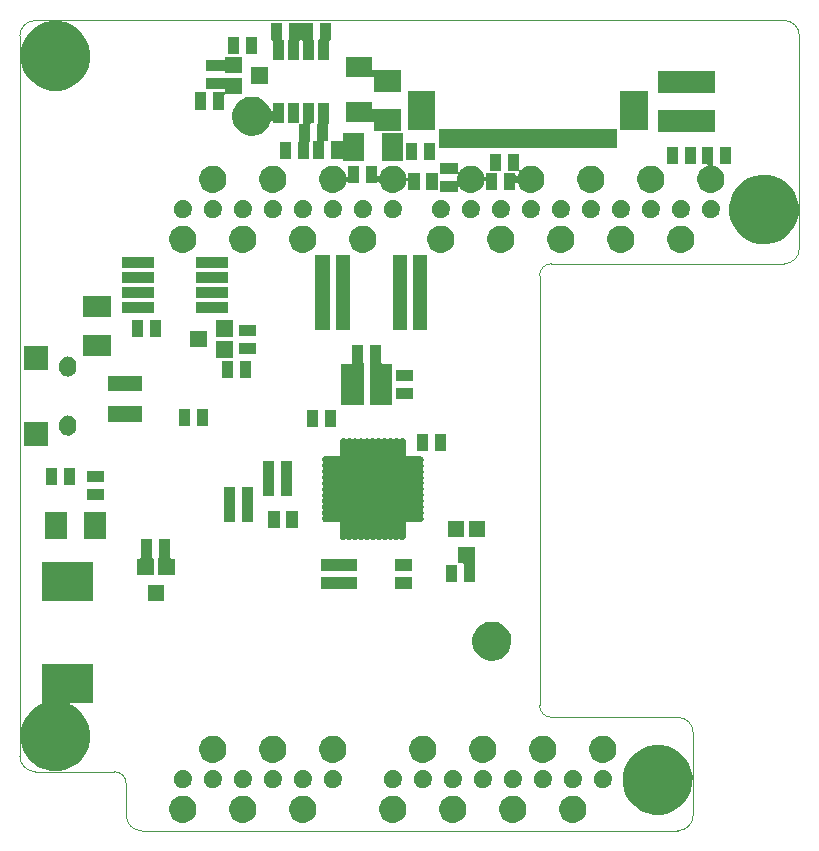
<source format=gbs>
G04 (created by PCBNEW (2013-07-07 BZR 4022)-stable) date 15/02/2015 14:23:04*
%MOIN*%
G04 Gerber Fmt 3.4, Leading zero omitted, Abs format*
%FSLAX34Y34*%
G01*
G70*
G90*
G04 APERTURE LIST*
%ADD10C,0.00590551*%
%ADD11C,0.000393701*%
G04 APERTURE END LIST*
G54D10*
G54D11*
X42173Y-51606D02*
X42173Y-27590D01*
X42173Y-27590D02*
G75*
G02X42685Y-27078I511J0D01*
G74*
G01*
X45716Y-52511D02*
X45716Y-53574D01*
X42685Y-52118D02*
X45322Y-52118D01*
X67645Y-27078D02*
X42685Y-27078D01*
X68157Y-34677D02*
X68157Y-27590D01*
X59889Y-35188D02*
X67645Y-35188D01*
X59496Y-49913D02*
X59496Y-35582D01*
X64102Y-50307D02*
X59889Y-50307D01*
X64614Y-53574D02*
X64614Y-50818D01*
X46228Y-54086D02*
X64102Y-54086D01*
X45322Y-52118D02*
G75*
G02X45716Y-52511I0J-393D01*
G74*
G01*
X42685Y-52118D02*
G75*
G02X42173Y-51606I0J511D01*
G74*
G01*
X67645Y-27078D02*
G75*
G02X68157Y-27590I0J-511D01*
G74*
G01*
X68157Y-34678D02*
G75*
G02X67645Y-35188I-511J0D01*
G74*
G01*
X59496Y-35581D02*
G75*
G02X59889Y-35188I393J0D01*
G74*
G01*
X59889Y-50307D02*
G75*
G02X59496Y-49913I0J393D01*
G74*
G01*
X64103Y-50307D02*
G75*
G02X64614Y-50818I0J-511D01*
G74*
G01*
X64614Y-53575D02*
G75*
G02X64102Y-54086I-511J0D01*
G74*
G01*
X46227Y-54086D02*
G75*
G02X45716Y-53574I0J511D01*
G74*
G01*
G54D10*
G36*
X43099Y-38733D02*
X42310Y-38733D01*
X42310Y-37944D01*
X43099Y-37944D01*
X43099Y-38733D01*
X43099Y-38733D01*
G37*
G36*
X43099Y-41252D02*
X42310Y-41252D01*
X42310Y-40463D01*
X43099Y-40463D01*
X43099Y-41252D01*
X43099Y-41252D01*
G37*
G36*
X43408Y-42568D02*
X43038Y-42568D01*
X43038Y-41998D01*
X43408Y-41998D01*
X43408Y-42568D01*
X43408Y-42568D01*
G37*
G36*
X43745Y-44377D02*
X43025Y-44377D01*
X43025Y-43457D01*
X43745Y-43457D01*
X43745Y-44377D01*
X43745Y-44377D01*
G37*
G36*
X44008Y-42568D02*
X43638Y-42568D01*
X43638Y-41998D01*
X44008Y-41998D01*
X44008Y-42568D01*
X44008Y-42568D01*
G37*
G36*
X44053Y-38657D02*
X44053Y-38662D01*
X44053Y-38668D01*
X44053Y-38668D01*
X44046Y-38724D01*
X44046Y-38724D01*
X44046Y-38725D01*
X44030Y-38777D01*
X44002Y-38826D01*
X43967Y-38868D01*
X43923Y-38904D01*
X43874Y-38929D01*
X43820Y-38945D01*
X43766Y-38950D01*
X43710Y-38944D01*
X43657Y-38928D01*
X43607Y-38901D01*
X43565Y-38866D01*
X43529Y-38823D01*
X43503Y-38774D01*
X43487Y-38720D01*
X43481Y-38657D01*
X43481Y-38570D01*
X43481Y-38566D01*
X43482Y-38559D01*
X43482Y-38559D01*
X43488Y-38503D01*
X43488Y-38503D01*
X43488Y-38503D01*
X43505Y-38451D01*
X43532Y-38401D01*
X43567Y-38359D01*
X43611Y-38324D01*
X43660Y-38298D01*
X43714Y-38282D01*
X43769Y-38277D01*
X43825Y-38283D01*
X43878Y-38299D01*
X43927Y-38326D01*
X43970Y-38361D01*
X44005Y-38405D01*
X44031Y-38454D01*
X44047Y-38507D01*
X44053Y-38570D01*
X44053Y-38657D01*
X44053Y-38657D01*
G37*
G36*
X44053Y-40626D02*
X44053Y-40630D01*
X44053Y-40637D01*
X44053Y-40637D01*
X44046Y-40692D01*
X44046Y-40692D01*
X44046Y-40693D01*
X44030Y-40745D01*
X44002Y-40795D01*
X43967Y-40837D01*
X43923Y-40872D01*
X43874Y-40898D01*
X43820Y-40914D01*
X43766Y-40919D01*
X43710Y-40913D01*
X43657Y-40896D01*
X43607Y-40870D01*
X43565Y-40834D01*
X43529Y-40791D01*
X43503Y-40742D01*
X43487Y-40689D01*
X43481Y-40626D01*
X43481Y-40539D01*
X43481Y-40534D01*
X43482Y-40528D01*
X43482Y-40527D01*
X43488Y-40472D01*
X43488Y-40472D01*
X43488Y-40471D01*
X43505Y-40419D01*
X43532Y-40370D01*
X43567Y-40328D01*
X43611Y-40292D01*
X43660Y-40267D01*
X43714Y-40251D01*
X43769Y-40246D01*
X43825Y-40252D01*
X43878Y-40268D01*
X43927Y-40295D01*
X43970Y-40330D01*
X44005Y-40373D01*
X44031Y-40422D01*
X44047Y-40476D01*
X44053Y-40539D01*
X44053Y-40626D01*
X44053Y-40626D01*
G37*
G36*
X44516Y-28148D02*
X44512Y-28403D01*
X44461Y-28631D01*
X44370Y-28833D01*
X44236Y-29024D01*
X44075Y-29177D01*
X43878Y-29303D01*
X43671Y-29383D01*
X43440Y-29423D01*
X43219Y-29419D01*
X42990Y-29369D01*
X42787Y-29280D01*
X42595Y-29146D01*
X42441Y-28987D01*
X42314Y-28790D01*
X42233Y-28584D01*
X42190Y-28354D01*
X42193Y-28133D01*
X42242Y-27903D01*
X42329Y-27700D01*
X42462Y-27506D01*
X42620Y-27352D01*
X42816Y-27223D01*
X43021Y-27140D01*
X43252Y-27096D01*
X43472Y-27098D01*
X43703Y-27145D01*
X43906Y-27231D01*
X44101Y-27362D01*
X44256Y-27519D01*
X44386Y-27715D01*
X44470Y-27918D01*
X44516Y-28148D01*
X44516Y-28148D01*
G37*
G36*
X44595Y-46429D02*
X42900Y-46429D01*
X42900Y-45129D01*
X44595Y-45129D01*
X44595Y-46429D01*
X44595Y-46429D01*
G37*
G36*
X44595Y-49815D02*
X43885Y-49815D01*
X43869Y-49815D01*
X43855Y-49821D01*
X43844Y-49832D01*
X43838Y-49846D01*
X43838Y-49862D01*
X43844Y-49876D01*
X43855Y-49887D01*
X43906Y-49908D01*
X44101Y-50039D01*
X44256Y-50196D01*
X44386Y-50392D01*
X44470Y-50595D01*
X44516Y-50825D01*
X44512Y-51080D01*
X44461Y-51308D01*
X44370Y-51511D01*
X44236Y-51701D01*
X44075Y-51855D01*
X43878Y-51980D01*
X43671Y-52060D01*
X43440Y-52101D01*
X43219Y-52096D01*
X42990Y-52046D01*
X42787Y-51957D01*
X42595Y-51823D01*
X42441Y-51664D01*
X42314Y-51467D01*
X42233Y-51261D01*
X42190Y-51031D01*
X42193Y-50810D01*
X42242Y-50580D01*
X42329Y-50377D01*
X42462Y-50183D01*
X42620Y-50029D01*
X42816Y-49900D01*
X42869Y-49879D01*
X42884Y-49873D01*
X42894Y-49862D01*
X42900Y-49848D01*
X42900Y-49833D01*
X42900Y-48514D01*
X44595Y-48514D01*
X44595Y-49815D01*
X44595Y-49815D01*
G37*
G36*
X44969Y-42463D02*
X44400Y-42463D01*
X44400Y-42093D01*
X44969Y-42093D01*
X44969Y-42463D01*
X44969Y-42463D01*
G37*
G36*
X44969Y-43063D02*
X44400Y-43063D01*
X44400Y-42693D01*
X44969Y-42693D01*
X44969Y-43063D01*
X44969Y-43063D01*
G37*
G36*
X45045Y-44377D02*
X44325Y-44377D01*
X44325Y-43457D01*
X45045Y-43457D01*
X45045Y-44377D01*
X45045Y-44377D01*
G37*
G36*
X45203Y-36973D02*
X44284Y-36973D01*
X44284Y-36253D01*
X45203Y-36253D01*
X45203Y-36973D01*
X45203Y-36973D01*
G37*
G36*
X45203Y-38273D02*
X44284Y-38273D01*
X44284Y-37553D01*
X45203Y-37553D01*
X45203Y-38273D01*
X45203Y-38273D01*
G37*
G36*
X46239Y-39429D02*
X45911Y-39429D01*
X45896Y-39429D01*
X45816Y-39429D01*
X45801Y-39429D01*
X45537Y-39429D01*
X45522Y-39429D01*
X45442Y-39429D01*
X45427Y-39429D01*
X45099Y-39429D01*
X45099Y-38916D01*
X45427Y-38916D01*
X45442Y-38916D01*
X45522Y-38916D01*
X45537Y-38916D01*
X45801Y-38916D01*
X45816Y-38916D01*
X45896Y-38916D01*
X45911Y-38916D01*
X46239Y-38916D01*
X46239Y-39429D01*
X46239Y-39429D01*
G37*
G36*
X46239Y-40453D02*
X45911Y-40453D01*
X45896Y-40453D01*
X45816Y-40453D01*
X45801Y-40453D01*
X45537Y-40453D01*
X45522Y-40453D01*
X45442Y-40453D01*
X45427Y-40453D01*
X45099Y-40453D01*
X45099Y-39940D01*
X45427Y-39940D01*
X45442Y-39940D01*
X45522Y-39940D01*
X45537Y-39940D01*
X45801Y-39940D01*
X45816Y-39940D01*
X45896Y-39940D01*
X45911Y-39940D01*
X46239Y-39940D01*
X46239Y-40453D01*
X46239Y-40453D01*
G37*
G36*
X46282Y-37647D02*
X45912Y-37647D01*
X45912Y-37077D01*
X46282Y-37077D01*
X46282Y-37647D01*
X46282Y-37647D01*
G37*
G36*
X46627Y-35333D02*
X45563Y-35333D01*
X45563Y-34977D01*
X46627Y-34977D01*
X46627Y-35333D01*
X46627Y-35333D01*
G37*
G36*
X46627Y-35833D02*
X45563Y-35833D01*
X45563Y-35477D01*
X46627Y-35477D01*
X46627Y-35833D01*
X46627Y-35833D01*
G37*
G36*
X46627Y-36333D02*
X45563Y-36333D01*
X45563Y-35977D01*
X46627Y-35977D01*
X46627Y-36333D01*
X46627Y-36333D01*
G37*
G36*
X46627Y-36833D02*
X45563Y-36833D01*
X45563Y-36477D01*
X46627Y-36477D01*
X46627Y-36833D01*
X46627Y-36833D01*
G37*
G36*
X46638Y-45571D02*
X46086Y-45571D01*
X46086Y-45018D01*
X46161Y-45018D01*
X46177Y-45018D01*
X46191Y-45013D01*
X46202Y-45002D01*
X46208Y-44987D01*
X46208Y-44972D01*
X46208Y-44380D01*
X46577Y-44380D01*
X46577Y-44972D01*
X46577Y-44987D01*
X46583Y-45002D01*
X46594Y-45013D01*
X46608Y-45018D01*
X46624Y-45018D01*
X46638Y-45018D01*
X46638Y-45571D01*
X46638Y-45571D01*
G37*
G36*
X46882Y-37647D02*
X46512Y-37647D01*
X46512Y-37077D01*
X46882Y-37077D01*
X46882Y-37647D01*
X46882Y-37647D01*
G37*
G36*
X46988Y-46437D02*
X46436Y-46437D01*
X46436Y-45885D01*
X46988Y-45885D01*
X46988Y-46437D01*
X46988Y-46437D01*
G37*
G36*
X47338Y-45571D02*
X46786Y-45571D01*
X46786Y-45015D01*
X46791Y-45013D01*
X46802Y-45002D01*
X46808Y-44987D01*
X46808Y-44972D01*
X46808Y-44380D01*
X47177Y-44380D01*
X47177Y-44972D01*
X47177Y-44987D01*
X47183Y-45002D01*
X47194Y-45013D01*
X47208Y-45018D01*
X47224Y-45018D01*
X47338Y-45018D01*
X47338Y-45571D01*
X47338Y-45571D01*
G37*
G36*
X47837Y-40599D02*
X47467Y-40599D01*
X47467Y-40030D01*
X47837Y-40030D01*
X47837Y-40599D01*
X47837Y-40599D01*
G37*
G36*
X47908Y-33342D02*
X47907Y-33405D01*
X47892Y-33469D01*
X47870Y-33519D01*
X47832Y-33572D01*
X47793Y-33610D01*
X47738Y-33645D01*
X47687Y-33664D01*
X47622Y-33676D01*
X47569Y-33675D01*
X47504Y-33661D01*
X47455Y-33639D01*
X47401Y-33601D01*
X47363Y-33563D01*
X47327Y-33507D01*
X47308Y-33457D01*
X47296Y-33392D01*
X47296Y-33339D01*
X47310Y-33274D01*
X47331Y-33225D01*
X47369Y-33170D01*
X47407Y-33133D01*
X47463Y-33096D01*
X47512Y-33076D01*
X47578Y-33064D01*
X47630Y-33064D01*
X47696Y-33077D01*
X47745Y-33098D01*
X47800Y-33135D01*
X47837Y-33173D01*
X47875Y-33229D01*
X47895Y-33277D01*
X47908Y-33342D01*
X47908Y-33342D01*
G37*
G36*
X47908Y-52342D02*
X47907Y-52405D01*
X47892Y-52469D01*
X47870Y-52519D01*
X47832Y-52572D01*
X47793Y-52610D01*
X47738Y-52645D01*
X47687Y-52664D01*
X47622Y-52676D01*
X47569Y-52675D01*
X47504Y-52661D01*
X47455Y-52639D01*
X47401Y-52601D01*
X47363Y-52563D01*
X47327Y-52507D01*
X47308Y-52457D01*
X47296Y-52392D01*
X47296Y-52339D01*
X47310Y-52274D01*
X47331Y-52225D01*
X47369Y-52170D01*
X47407Y-52133D01*
X47463Y-52096D01*
X47512Y-52076D01*
X47578Y-52064D01*
X47630Y-52064D01*
X47696Y-52077D01*
X47745Y-52098D01*
X47800Y-52135D01*
X47837Y-52173D01*
X47875Y-52229D01*
X47895Y-52277D01*
X47908Y-52342D01*
X47908Y-52342D01*
G37*
G36*
X48055Y-34328D02*
X48054Y-34424D01*
X48033Y-34516D01*
X47999Y-34592D01*
X47945Y-34669D01*
X47884Y-34727D01*
X47804Y-34777D01*
X47727Y-34807D01*
X47634Y-34824D01*
X47551Y-34822D01*
X47458Y-34802D01*
X47382Y-34769D01*
X47304Y-34714D01*
X47247Y-34655D01*
X47195Y-34575D01*
X47165Y-34498D01*
X47148Y-34404D01*
X47149Y-34322D01*
X47169Y-34229D01*
X47201Y-34153D01*
X47255Y-34074D01*
X47314Y-34017D01*
X47394Y-33964D01*
X47470Y-33934D01*
X47564Y-33916D01*
X47646Y-33916D01*
X47740Y-33936D01*
X47815Y-33967D01*
X47895Y-34021D01*
X47952Y-34079D01*
X48006Y-34159D01*
X48037Y-34234D01*
X48055Y-34328D01*
X48055Y-34328D01*
G37*
G36*
X48055Y-53328D02*
X48054Y-53424D01*
X48033Y-53516D01*
X47999Y-53592D01*
X47945Y-53669D01*
X47884Y-53727D01*
X47804Y-53777D01*
X47727Y-53807D01*
X47634Y-53824D01*
X47551Y-53822D01*
X47458Y-53802D01*
X47382Y-53769D01*
X47304Y-53714D01*
X47247Y-53655D01*
X47195Y-53575D01*
X47165Y-53498D01*
X47148Y-53404D01*
X47149Y-53322D01*
X47169Y-53229D01*
X47201Y-53153D01*
X47255Y-53074D01*
X47314Y-53017D01*
X47394Y-52964D01*
X47470Y-52934D01*
X47564Y-52916D01*
X47646Y-52916D01*
X47740Y-52936D01*
X47815Y-52967D01*
X47895Y-53021D01*
X47952Y-53079D01*
X48006Y-53159D01*
X48037Y-53234D01*
X48055Y-53328D01*
X48055Y-53328D01*
G37*
G36*
X48369Y-30048D02*
X47999Y-30048D01*
X47999Y-29478D01*
X48369Y-29478D01*
X48369Y-30048D01*
X48369Y-30048D01*
G37*
G36*
X48406Y-37973D02*
X47853Y-37973D01*
X47853Y-37420D01*
X48406Y-37420D01*
X48406Y-37973D01*
X48406Y-37973D01*
G37*
G36*
X48437Y-40599D02*
X48067Y-40599D01*
X48067Y-40030D01*
X48437Y-40030D01*
X48437Y-40599D01*
X48437Y-40599D01*
G37*
G36*
X48908Y-33342D02*
X48907Y-33405D01*
X48892Y-33469D01*
X48870Y-33519D01*
X48832Y-33572D01*
X48793Y-33610D01*
X48738Y-33645D01*
X48687Y-33664D01*
X48622Y-33676D01*
X48569Y-33675D01*
X48504Y-33661D01*
X48455Y-33639D01*
X48401Y-33601D01*
X48363Y-33563D01*
X48327Y-33507D01*
X48308Y-33457D01*
X48296Y-33392D01*
X48296Y-33339D01*
X48310Y-33274D01*
X48331Y-33225D01*
X48369Y-33170D01*
X48407Y-33133D01*
X48463Y-33096D01*
X48512Y-33076D01*
X48578Y-33064D01*
X48630Y-33064D01*
X48696Y-33077D01*
X48745Y-33098D01*
X48800Y-33135D01*
X48837Y-33173D01*
X48875Y-33229D01*
X48895Y-33277D01*
X48908Y-33342D01*
X48908Y-33342D01*
G37*
G36*
X48908Y-52342D02*
X48907Y-52405D01*
X48892Y-52469D01*
X48870Y-52519D01*
X48832Y-52572D01*
X48793Y-52610D01*
X48738Y-52645D01*
X48687Y-52664D01*
X48622Y-52676D01*
X48569Y-52675D01*
X48504Y-52661D01*
X48455Y-52639D01*
X48401Y-52601D01*
X48363Y-52563D01*
X48327Y-52507D01*
X48308Y-52457D01*
X48296Y-52392D01*
X48296Y-52339D01*
X48310Y-52274D01*
X48331Y-52225D01*
X48369Y-52170D01*
X48407Y-52133D01*
X48463Y-52096D01*
X48512Y-52076D01*
X48578Y-52064D01*
X48630Y-52064D01*
X48696Y-52077D01*
X48745Y-52098D01*
X48800Y-52135D01*
X48837Y-52173D01*
X48875Y-52229D01*
X48895Y-52277D01*
X48908Y-52342D01*
X48908Y-52342D01*
G37*
G36*
X49055Y-32328D02*
X49054Y-32424D01*
X49033Y-32516D01*
X48999Y-32592D01*
X48945Y-32669D01*
X48884Y-32727D01*
X48804Y-32777D01*
X48727Y-32807D01*
X48634Y-32824D01*
X48551Y-32822D01*
X48458Y-32802D01*
X48382Y-32769D01*
X48304Y-32714D01*
X48247Y-32655D01*
X48195Y-32575D01*
X48165Y-32498D01*
X48148Y-32404D01*
X48149Y-32322D01*
X48169Y-32229D01*
X48201Y-32153D01*
X48255Y-32074D01*
X48314Y-32017D01*
X48394Y-31964D01*
X48470Y-31934D01*
X48564Y-31916D01*
X48646Y-31916D01*
X48740Y-31936D01*
X48815Y-31967D01*
X48895Y-32021D01*
X48952Y-32079D01*
X49006Y-32159D01*
X49037Y-32234D01*
X49055Y-32328D01*
X49055Y-32328D01*
G37*
G36*
X49055Y-51328D02*
X49054Y-51424D01*
X49033Y-51516D01*
X48999Y-51592D01*
X48945Y-51669D01*
X48884Y-51727D01*
X48804Y-51777D01*
X48727Y-51807D01*
X48634Y-51824D01*
X48551Y-51822D01*
X48458Y-51802D01*
X48382Y-51769D01*
X48304Y-51714D01*
X48247Y-51655D01*
X48195Y-51575D01*
X48165Y-51498D01*
X48148Y-51404D01*
X48149Y-51322D01*
X48169Y-51229D01*
X48201Y-51153D01*
X48255Y-51074D01*
X48314Y-51017D01*
X48394Y-50964D01*
X48470Y-50934D01*
X48564Y-50916D01*
X48646Y-50916D01*
X48740Y-50936D01*
X48815Y-50967D01*
X48895Y-51021D01*
X48952Y-51079D01*
X49006Y-51159D01*
X49037Y-51234D01*
X49055Y-51328D01*
X49055Y-51328D01*
G37*
G36*
X49121Y-35333D02*
X48057Y-35333D01*
X48057Y-34977D01*
X49121Y-34977D01*
X49121Y-35333D01*
X49121Y-35333D01*
G37*
G36*
X49121Y-35833D02*
X48057Y-35833D01*
X48057Y-35477D01*
X49121Y-35477D01*
X49121Y-35833D01*
X49121Y-35833D01*
G37*
G36*
X49121Y-36333D02*
X48057Y-36333D01*
X48057Y-35977D01*
X49121Y-35977D01*
X49121Y-36333D01*
X49121Y-36333D01*
G37*
G36*
X49121Y-36833D02*
X48057Y-36833D01*
X48057Y-36477D01*
X49121Y-36477D01*
X49121Y-36833D01*
X49121Y-36833D01*
G37*
G36*
X49272Y-37623D02*
X48719Y-37623D01*
X48719Y-37070D01*
X49272Y-37070D01*
X49272Y-37623D01*
X49272Y-37623D01*
G37*
G36*
X49272Y-38323D02*
X48719Y-38323D01*
X48719Y-37770D01*
X49272Y-37770D01*
X49272Y-38323D01*
X49272Y-38323D01*
G37*
G36*
X49274Y-38985D02*
X48904Y-38985D01*
X48904Y-38415D01*
X49274Y-38415D01*
X49274Y-38985D01*
X49274Y-38985D01*
G37*
G36*
X49333Y-43808D02*
X48964Y-43808D01*
X48964Y-43244D01*
X48964Y-43229D01*
X48964Y-43207D01*
X48964Y-43192D01*
X48964Y-42628D01*
X49333Y-42628D01*
X49333Y-43192D01*
X49333Y-43207D01*
X49333Y-43229D01*
X49333Y-43244D01*
X49333Y-43808D01*
X49333Y-43808D01*
G37*
G36*
X49471Y-28198D02*
X49101Y-28198D01*
X49101Y-27628D01*
X49471Y-27628D01*
X49471Y-28198D01*
X49471Y-28198D01*
G37*
G36*
X49567Y-28843D02*
X49014Y-28843D01*
X49014Y-28809D01*
X49014Y-28793D01*
X49009Y-28779D01*
X48998Y-28768D01*
X48984Y-28762D01*
X48968Y-28762D01*
X48376Y-28762D01*
X48376Y-28393D01*
X48968Y-28393D01*
X48984Y-28393D01*
X48998Y-28387D01*
X49009Y-28376D01*
X49014Y-28362D01*
X49014Y-28346D01*
X49014Y-28290D01*
X49567Y-28290D01*
X49567Y-28843D01*
X49567Y-28843D01*
G37*
G36*
X49567Y-29543D02*
X49015Y-29543D01*
X48999Y-29543D01*
X48985Y-29549D01*
X48974Y-29560D01*
X48969Y-29574D01*
X48969Y-29589D01*
X48969Y-30048D01*
X48599Y-30048D01*
X48599Y-29478D01*
X48968Y-29478D01*
X48984Y-29478D01*
X48998Y-29473D01*
X49009Y-29462D01*
X49014Y-29448D01*
X49014Y-29432D01*
X49014Y-29409D01*
X49014Y-29393D01*
X49009Y-29379D01*
X48998Y-29368D01*
X48984Y-29362D01*
X48968Y-29362D01*
X48376Y-29362D01*
X48376Y-28993D01*
X48968Y-28993D01*
X48984Y-28993D01*
X48989Y-28990D01*
X49567Y-28990D01*
X49567Y-29543D01*
X49567Y-29543D01*
G37*
G36*
X49874Y-38985D02*
X49504Y-38985D01*
X49504Y-38415D01*
X49874Y-38415D01*
X49874Y-38985D01*
X49874Y-38985D01*
G37*
G36*
X49908Y-33342D02*
X49907Y-33405D01*
X49892Y-33469D01*
X49870Y-33519D01*
X49832Y-33572D01*
X49793Y-33610D01*
X49738Y-33645D01*
X49687Y-33664D01*
X49622Y-33676D01*
X49569Y-33675D01*
X49504Y-33661D01*
X49455Y-33639D01*
X49401Y-33601D01*
X49363Y-33563D01*
X49327Y-33507D01*
X49308Y-33457D01*
X49296Y-33392D01*
X49296Y-33339D01*
X49310Y-33274D01*
X49331Y-33225D01*
X49369Y-33170D01*
X49407Y-33133D01*
X49463Y-33096D01*
X49512Y-33076D01*
X49578Y-33064D01*
X49630Y-33064D01*
X49696Y-33077D01*
X49745Y-33098D01*
X49800Y-33135D01*
X49837Y-33173D01*
X49875Y-33229D01*
X49895Y-33277D01*
X49908Y-33342D01*
X49908Y-33342D01*
G37*
G36*
X49908Y-52342D02*
X49907Y-52405D01*
X49892Y-52469D01*
X49870Y-52519D01*
X49832Y-52572D01*
X49793Y-52610D01*
X49738Y-52645D01*
X49687Y-52664D01*
X49622Y-52676D01*
X49569Y-52675D01*
X49504Y-52661D01*
X49455Y-52639D01*
X49401Y-52601D01*
X49363Y-52563D01*
X49327Y-52507D01*
X49308Y-52457D01*
X49296Y-52392D01*
X49296Y-52339D01*
X49310Y-52274D01*
X49331Y-52225D01*
X49369Y-52170D01*
X49407Y-52133D01*
X49463Y-52096D01*
X49512Y-52076D01*
X49578Y-52064D01*
X49630Y-52064D01*
X49696Y-52077D01*
X49745Y-52098D01*
X49800Y-52135D01*
X49837Y-52173D01*
X49875Y-52229D01*
X49895Y-52277D01*
X49908Y-52342D01*
X49908Y-52342D01*
G37*
G36*
X49933Y-43808D02*
X49564Y-43808D01*
X49564Y-43244D01*
X49564Y-43229D01*
X49564Y-43207D01*
X49564Y-43192D01*
X49564Y-42628D01*
X49933Y-42628D01*
X49933Y-43192D01*
X49933Y-43207D01*
X49933Y-43229D01*
X49933Y-43244D01*
X49933Y-43808D01*
X49933Y-43808D01*
G37*
G36*
X50048Y-37601D02*
X49478Y-37601D01*
X49478Y-37231D01*
X50048Y-37231D01*
X50048Y-37601D01*
X50048Y-37601D01*
G37*
G36*
X50048Y-38201D02*
X49478Y-38201D01*
X49478Y-37831D01*
X50048Y-37831D01*
X50048Y-38201D01*
X50048Y-38201D01*
G37*
G36*
X50055Y-34328D02*
X50054Y-34424D01*
X50033Y-34516D01*
X49999Y-34592D01*
X49945Y-34669D01*
X49884Y-34727D01*
X49804Y-34777D01*
X49727Y-34807D01*
X49634Y-34824D01*
X49551Y-34822D01*
X49458Y-34802D01*
X49382Y-34769D01*
X49304Y-34714D01*
X49247Y-34655D01*
X49195Y-34575D01*
X49165Y-34498D01*
X49148Y-34404D01*
X49149Y-34322D01*
X49169Y-34229D01*
X49201Y-34153D01*
X49255Y-34074D01*
X49314Y-34017D01*
X49394Y-33964D01*
X49470Y-33934D01*
X49564Y-33916D01*
X49646Y-33916D01*
X49740Y-33936D01*
X49815Y-33967D01*
X49895Y-34021D01*
X49952Y-34079D01*
X50006Y-34159D01*
X50037Y-34234D01*
X50055Y-34328D01*
X50055Y-34328D01*
G37*
G36*
X50055Y-53328D02*
X50054Y-53424D01*
X50033Y-53516D01*
X49999Y-53592D01*
X49945Y-53669D01*
X49884Y-53727D01*
X49804Y-53777D01*
X49727Y-53807D01*
X49634Y-53824D01*
X49551Y-53822D01*
X49458Y-53802D01*
X49382Y-53769D01*
X49304Y-53714D01*
X49247Y-53655D01*
X49195Y-53575D01*
X49165Y-53498D01*
X49148Y-53404D01*
X49149Y-53322D01*
X49169Y-53229D01*
X49201Y-53153D01*
X49255Y-53074D01*
X49314Y-53017D01*
X49394Y-52964D01*
X49470Y-52934D01*
X49564Y-52916D01*
X49646Y-52916D01*
X49740Y-52936D01*
X49815Y-52967D01*
X49895Y-53021D01*
X49952Y-53079D01*
X50006Y-53159D01*
X50037Y-53234D01*
X50055Y-53328D01*
X50055Y-53328D01*
G37*
G36*
X50071Y-28198D02*
X49701Y-28198D01*
X49701Y-27628D01*
X50071Y-27628D01*
X50071Y-28198D01*
X50071Y-28198D01*
G37*
G36*
X50433Y-29193D02*
X49881Y-29193D01*
X49881Y-28640D01*
X50433Y-28640D01*
X50433Y-29193D01*
X50433Y-29193D01*
G37*
G36*
X50632Y-42942D02*
X50263Y-42942D01*
X50263Y-42378D01*
X50263Y-42362D01*
X50263Y-42341D01*
X50263Y-42326D01*
X50263Y-41762D01*
X50632Y-41762D01*
X50632Y-42326D01*
X50632Y-42341D01*
X50632Y-42362D01*
X50632Y-42378D01*
X50632Y-42942D01*
X50632Y-42942D01*
G37*
G36*
X50829Y-44005D02*
X50460Y-44005D01*
X50460Y-43435D01*
X50829Y-43435D01*
X50829Y-44005D01*
X50829Y-44005D01*
G37*
G36*
X50908Y-33342D02*
X50907Y-33405D01*
X50892Y-33469D01*
X50870Y-33519D01*
X50832Y-33572D01*
X50793Y-33610D01*
X50738Y-33645D01*
X50687Y-33664D01*
X50622Y-33676D01*
X50569Y-33675D01*
X50504Y-33661D01*
X50455Y-33639D01*
X50401Y-33601D01*
X50363Y-33563D01*
X50327Y-33507D01*
X50308Y-33457D01*
X50296Y-33392D01*
X50296Y-33339D01*
X50310Y-33274D01*
X50331Y-33225D01*
X50369Y-33170D01*
X50407Y-33133D01*
X50463Y-33096D01*
X50512Y-33076D01*
X50578Y-33064D01*
X50630Y-33064D01*
X50696Y-33077D01*
X50745Y-33098D01*
X50800Y-33135D01*
X50837Y-33173D01*
X50875Y-33229D01*
X50895Y-33277D01*
X50908Y-33342D01*
X50908Y-33342D01*
G37*
G36*
X50908Y-52342D02*
X50907Y-52405D01*
X50892Y-52469D01*
X50870Y-52519D01*
X50832Y-52572D01*
X50793Y-52610D01*
X50738Y-52645D01*
X50687Y-52664D01*
X50622Y-52676D01*
X50569Y-52675D01*
X50504Y-52661D01*
X50455Y-52639D01*
X50401Y-52601D01*
X50363Y-52563D01*
X50327Y-52507D01*
X50308Y-52457D01*
X50296Y-52392D01*
X50296Y-52339D01*
X50310Y-52274D01*
X50331Y-52225D01*
X50369Y-52170D01*
X50407Y-52133D01*
X50463Y-52096D01*
X50512Y-52076D01*
X50578Y-52064D01*
X50630Y-52064D01*
X50696Y-52077D01*
X50745Y-52098D01*
X50800Y-52135D01*
X50837Y-52173D01*
X50875Y-52229D01*
X50895Y-52277D01*
X50908Y-52342D01*
X50908Y-52342D01*
G37*
G36*
X50963Y-28399D02*
X50607Y-28399D01*
X50607Y-27791D01*
X50607Y-27776D01*
X50601Y-27762D01*
X50590Y-27751D01*
X50576Y-27745D01*
X50561Y-27745D01*
X50538Y-27745D01*
X50538Y-27175D01*
X50908Y-27175D01*
X50908Y-27682D01*
X50908Y-27697D01*
X50914Y-27712D01*
X50925Y-27722D01*
X50939Y-27728D01*
X50954Y-27728D01*
X50963Y-27728D01*
X50963Y-28399D01*
X50963Y-28399D01*
G37*
G36*
X50963Y-30499D02*
X50607Y-30499D01*
X50607Y-30464D01*
X50607Y-30449D01*
X50601Y-30435D01*
X50590Y-30424D01*
X50576Y-30418D01*
X50561Y-30418D01*
X50547Y-30424D01*
X50536Y-30435D01*
X50530Y-30449D01*
X50524Y-30476D01*
X50474Y-30587D01*
X50397Y-30696D01*
X50309Y-30780D01*
X50197Y-30851D01*
X50084Y-30895D01*
X49952Y-30919D01*
X49831Y-30916D01*
X49700Y-30887D01*
X49589Y-30839D01*
X49479Y-30762D01*
X49395Y-30675D01*
X49323Y-30563D01*
X49278Y-30450D01*
X49254Y-30319D01*
X49256Y-30198D01*
X49284Y-30067D01*
X49331Y-29956D01*
X49407Y-29845D01*
X49493Y-29760D01*
X49606Y-29687D01*
X49717Y-29642D01*
X49849Y-29616D01*
X49970Y-29617D01*
X50102Y-29644D01*
X50212Y-29691D01*
X50324Y-29766D01*
X50409Y-29852D01*
X50483Y-29964D01*
X50529Y-30075D01*
X50530Y-30079D01*
X50536Y-30093D01*
X50547Y-30104D01*
X50561Y-30109D01*
X50576Y-30109D01*
X50590Y-30104D01*
X50601Y-30093D01*
X50607Y-30079D01*
X50607Y-30063D01*
X50607Y-29828D01*
X50963Y-29828D01*
X50963Y-30499D01*
X50963Y-30499D01*
G37*
G36*
X51055Y-32328D02*
X51054Y-32424D01*
X51033Y-32516D01*
X50999Y-32592D01*
X50945Y-32669D01*
X50884Y-32727D01*
X50804Y-32777D01*
X50727Y-32807D01*
X50634Y-32824D01*
X50551Y-32822D01*
X50458Y-32802D01*
X50382Y-32769D01*
X50304Y-32714D01*
X50247Y-32655D01*
X50195Y-32575D01*
X50165Y-32498D01*
X50148Y-32404D01*
X50149Y-32322D01*
X50169Y-32229D01*
X50201Y-32153D01*
X50255Y-32074D01*
X50314Y-32017D01*
X50394Y-31964D01*
X50470Y-31934D01*
X50564Y-31916D01*
X50646Y-31916D01*
X50740Y-31936D01*
X50815Y-31967D01*
X50895Y-32021D01*
X50952Y-32079D01*
X51006Y-32159D01*
X51037Y-32234D01*
X51055Y-32328D01*
X51055Y-32328D01*
G37*
G36*
X51055Y-51328D02*
X51054Y-51424D01*
X51033Y-51516D01*
X50999Y-51592D01*
X50945Y-51669D01*
X50884Y-51727D01*
X50804Y-51777D01*
X50727Y-51807D01*
X50634Y-51824D01*
X50551Y-51822D01*
X50458Y-51802D01*
X50382Y-51769D01*
X50304Y-51714D01*
X50247Y-51655D01*
X50195Y-51575D01*
X50165Y-51498D01*
X50148Y-51404D01*
X50149Y-51322D01*
X50169Y-51229D01*
X50201Y-51153D01*
X50255Y-51074D01*
X50314Y-51017D01*
X50394Y-50964D01*
X50470Y-50934D01*
X50564Y-50916D01*
X50646Y-50916D01*
X50740Y-50936D01*
X50815Y-50967D01*
X50895Y-51021D01*
X50952Y-51079D01*
X51006Y-51159D01*
X51037Y-51234D01*
X51055Y-51328D01*
X51055Y-51328D01*
G37*
G36*
X51223Y-31702D02*
X50853Y-31702D01*
X50853Y-31132D01*
X51223Y-31132D01*
X51223Y-31702D01*
X51223Y-31702D01*
G37*
G36*
X51232Y-42942D02*
X50863Y-42942D01*
X50863Y-42378D01*
X50863Y-42362D01*
X50863Y-42341D01*
X50863Y-42326D01*
X50863Y-41762D01*
X51232Y-41762D01*
X51232Y-42326D01*
X51232Y-42341D01*
X51232Y-42362D01*
X51232Y-42378D01*
X51232Y-42942D01*
X51232Y-42942D01*
G37*
G36*
X51429Y-44005D02*
X51060Y-44005D01*
X51060Y-43435D01*
X51429Y-43435D01*
X51429Y-44005D01*
X51429Y-44005D01*
G37*
G36*
X51908Y-33342D02*
X51907Y-33405D01*
X51892Y-33469D01*
X51870Y-33519D01*
X51832Y-33572D01*
X51793Y-33610D01*
X51738Y-33645D01*
X51687Y-33664D01*
X51622Y-33676D01*
X51569Y-33675D01*
X51504Y-33661D01*
X51455Y-33639D01*
X51401Y-33601D01*
X51363Y-33563D01*
X51327Y-33507D01*
X51308Y-33457D01*
X51296Y-33392D01*
X51296Y-33339D01*
X51310Y-33274D01*
X51331Y-33225D01*
X51369Y-33170D01*
X51407Y-33133D01*
X51463Y-33096D01*
X51512Y-33076D01*
X51578Y-33064D01*
X51630Y-33064D01*
X51696Y-33077D01*
X51745Y-33098D01*
X51800Y-33135D01*
X51837Y-33173D01*
X51875Y-33229D01*
X51895Y-33277D01*
X51908Y-33342D01*
X51908Y-33342D01*
G37*
G36*
X51908Y-52342D02*
X51907Y-52405D01*
X51892Y-52469D01*
X51870Y-52519D01*
X51832Y-52572D01*
X51793Y-52610D01*
X51738Y-52645D01*
X51687Y-52664D01*
X51622Y-52676D01*
X51569Y-52675D01*
X51504Y-52661D01*
X51455Y-52639D01*
X51401Y-52601D01*
X51363Y-52563D01*
X51327Y-52507D01*
X51308Y-52457D01*
X51296Y-52392D01*
X51296Y-52339D01*
X51310Y-52274D01*
X51331Y-52225D01*
X51369Y-52170D01*
X51407Y-52133D01*
X51463Y-52096D01*
X51512Y-52076D01*
X51578Y-52064D01*
X51630Y-52064D01*
X51696Y-52077D01*
X51745Y-52098D01*
X51800Y-52135D01*
X51837Y-52173D01*
X51875Y-52229D01*
X51895Y-52277D01*
X51908Y-52342D01*
X51908Y-52342D01*
G37*
G36*
X51963Y-28399D02*
X51607Y-28399D01*
X51607Y-27791D01*
X51607Y-27776D01*
X51601Y-27762D01*
X51590Y-27751D01*
X51576Y-27745D01*
X51561Y-27745D01*
X51554Y-27745D01*
X51539Y-27745D01*
X51531Y-27745D01*
X51516Y-27745D01*
X51509Y-27745D01*
X51494Y-27745D01*
X51479Y-27751D01*
X51469Y-27762D01*
X51463Y-27776D01*
X51463Y-27791D01*
X51463Y-28399D01*
X51107Y-28399D01*
X51107Y-27728D01*
X51107Y-27728D01*
X51122Y-27722D01*
X51132Y-27712D01*
X51138Y-27697D01*
X51138Y-27682D01*
X51138Y-27175D01*
X51516Y-27175D01*
X51531Y-27175D01*
X51539Y-27175D01*
X51554Y-27175D01*
X51932Y-27175D01*
X51932Y-27682D01*
X51932Y-27697D01*
X51937Y-27712D01*
X51948Y-27722D01*
X51962Y-27728D01*
X51963Y-27728D01*
X51963Y-28399D01*
X51963Y-28399D01*
G37*
G36*
X51963Y-30499D02*
X51899Y-30499D01*
X51884Y-30499D01*
X51870Y-30505D01*
X51859Y-30516D01*
X51853Y-30530D01*
X51853Y-30545D01*
X51853Y-31092D01*
X51840Y-31097D01*
X51829Y-31108D01*
X51823Y-31122D01*
X51823Y-31138D01*
X51823Y-31702D01*
X51453Y-31702D01*
X51453Y-31132D01*
X51466Y-31126D01*
X51477Y-31115D01*
X51483Y-31101D01*
X51483Y-31086D01*
X51483Y-30545D01*
X51483Y-30530D01*
X51477Y-30516D01*
X51466Y-30505D01*
X51452Y-30499D01*
X51437Y-30499D01*
X51107Y-30499D01*
X51107Y-29828D01*
X51463Y-29828D01*
X51463Y-30475D01*
X51463Y-30491D01*
X51469Y-30505D01*
X51479Y-30516D01*
X51494Y-30522D01*
X51509Y-30522D01*
X51561Y-30522D01*
X51576Y-30522D01*
X51590Y-30516D01*
X51601Y-30505D01*
X51607Y-30491D01*
X51607Y-30475D01*
X51607Y-29828D01*
X51963Y-29828D01*
X51963Y-30499D01*
X51963Y-30499D01*
G37*
G36*
X52055Y-34328D02*
X52054Y-34424D01*
X52033Y-34516D01*
X51999Y-34592D01*
X51945Y-34669D01*
X51884Y-34727D01*
X51804Y-34777D01*
X51727Y-34807D01*
X51634Y-34824D01*
X51551Y-34822D01*
X51458Y-34802D01*
X51382Y-34769D01*
X51304Y-34714D01*
X51247Y-34655D01*
X51195Y-34575D01*
X51165Y-34498D01*
X51148Y-34404D01*
X51149Y-34322D01*
X51169Y-34229D01*
X51201Y-34153D01*
X51255Y-34074D01*
X51314Y-34017D01*
X51394Y-33964D01*
X51470Y-33934D01*
X51564Y-33916D01*
X51646Y-33916D01*
X51740Y-33936D01*
X51815Y-33967D01*
X51895Y-34021D01*
X51952Y-34079D01*
X52006Y-34159D01*
X52037Y-34234D01*
X52055Y-34328D01*
X52055Y-34328D01*
G37*
G36*
X52055Y-53328D02*
X52054Y-53424D01*
X52033Y-53516D01*
X51999Y-53592D01*
X51945Y-53669D01*
X51884Y-53727D01*
X51804Y-53777D01*
X51727Y-53807D01*
X51634Y-53824D01*
X51551Y-53822D01*
X51458Y-53802D01*
X51382Y-53769D01*
X51304Y-53714D01*
X51247Y-53655D01*
X51195Y-53575D01*
X51165Y-53498D01*
X51148Y-53404D01*
X51149Y-53322D01*
X51169Y-53229D01*
X51201Y-53153D01*
X51255Y-53074D01*
X51314Y-53017D01*
X51394Y-52964D01*
X51470Y-52934D01*
X51564Y-52916D01*
X51646Y-52916D01*
X51740Y-52936D01*
X51815Y-52967D01*
X51895Y-53021D01*
X51952Y-53079D01*
X52006Y-53159D01*
X52037Y-53234D01*
X52055Y-53328D01*
X52055Y-53328D01*
G37*
G36*
X52109Y-40639D02*
X51739Y-40639D01*
X51739Y-40069D01*
X52109Y-40069D01*
X52109Y-40639D01*
X52109Y-40639D01*
G37*
G36*
X52463Y-30512D02*
X52459Y-30516D01*
X52453Y-30530D01*
X52453Y-30545D01*
X52453Y-31091D01*
X52352Y-31091D01*
X52337Y-31091D01*
X52322Y-31097D01*
X52311Y-31108D01*
X52306Y-31122D01*
X52306Y-31138D01*
X52306Y-31682D01*
X51936Y-31682D01*
X51936Y-31112D01*
X52037Y-31112D01*
X52052Y-31112D01*
X52066Y-31106D01*
X52077Y-31096D01*
X52083Y-31081D01*
X52083Y-31066D01*
X52083Y-30519D01*
X52090Y-30516D01*
X52101Y-30505D01*
X52107Y-30491D01*
X52107Y-30475D01*
X52107Y-29828D01*
X52463Y-29828D01*
X52463Y-30512D01*
X52463Y-30512D01*
G37*
G36*
X52500Y-37392D02*
X52026Y-37392D01*
X52026Y-37123D01*
X52026Y-37108D01*
X52026Y-37064D01*
X52026Y-37049D01*
X52026Y-36808D01*
X52026Y-36793D01*
X52026Y-36749D01*
X52026Y-36734D01*
X52026Y-36493D01*
X52026Y-36478D01*
X52026Y-36434D01*
X52026Y-36419D01*
X52026Y-36178D01*
X52026Y-36163D01*
X52026Y-36119D01*
X52026Y-36104D01*
X52026Y-35863D01*
X52026Y-35848D01*
X52026Y-35804D01*
X52026Y-35789D01*
X52026Y-35549D01*
X52026Y-35533D01*
X52026Y-35489D01*
X52026Y-35474D01*
X52026Y-35234D01*
X52026Y-35218D01*
X52026Y-35175D01*
X52026Y-35159D01*
X52026Y-34890D01*
X52500Y-34890D01*
X52500Y-35159D01*
X52500Y-35175D01*
X52500Y-35218D01*
X52500Y-35234D01*
X52500Y-35474D01*
X52500Y-35489D01*
X52500Y-35533D01*
X52500Y-35549D01*
X52500Y-35789D01*
X52500Y-35804D01*
X52500Y-35848D01*
X52500Y-35863D01*
X52500Y-36104D01*
X52500Y-36119D01*
X52500Y-36163D01*
X52500Y-36178D01*
X52500Y-36419D01*
X52500Y-36434D01*
X52500Y-36478D01*
X52500Y-36493D01*
X52500Y-36734D01*
X52500Y-36749D01*
X52500Y-36793D01*
X52500Y-36808D01*
X52500Y-37049D01*
X52500Y-37064D01*
X52500Y-37108D01*
X52500Y-37123D01*
X52500Y-37392D01*
X52500Y-37392D01*
G37*
G36*
X52532Y-27745D02*
X52509Y-27745D01*
X52494Y-27745D01*
X52479Y-27751D01*
X52469Y-27762D01*
X52463Y-27776D01*
X52463Y-27791D01*
X52463Y-28399D01*
X52107Y-28399D01*
X52107Y-27728D01*
X52116Y-27728D01*
X52131Y-27728D01*
X52145Y-27722D01*
X52156Y-27712D01*
X52162Y-27697D01*
X52162Y-27682D01*
X52162Y-27175D01*
X52532Y-27175D01*
X52532Y-27745D01*
X52532Y-27745D01*
G37*
G36*
X52709Y-40639D02*
X52339Y-40639D01*
X52339Y-40069D01*
X52709Y-40069D01*
X52709Y-40639D01*
X52709Y-40639D01*
G37*
G36*
X52908Y-33342D02*
X52907Y-33405D01*
X52892Y-33469D01*
X52870Y-33519D01*
X52832Y-33572D01*
X52793Y-33610D01*
X52738Y-33645D01*
X52687Y-33664D01*
X52622Y-33676D01*
X52569Y-33675D01*
X52504Y-33661D01*
X52455Y-33639D01*
X52401Y-33601D01*
X52363Y-33563D01*
X52327Y-33507D01*
X52308Y-33457D01*
X52296Y-33392D01*
X52296Y-33339D01*
X52310Y-33274D01*
X52331Y-33225D01*
X52369Y-33170D01*
X52407Y-33133D01*
X52463Y-33096D01*
X52512Y-33076D01*
X52578Y-33064D01*
X52630Y-33064D01*
X52696Y-33077D01*
X52745Y-33098D01*
X52800Y-33135D01*
X52837Y-33173D01*
X52875Y-33229D01*
X52895Y-33277D01*
X52908Y-33342D01*
X52908Y-33342D01*
G37*
G36*
X52908Y-52342D02*
X52907Y-52405D01*
X52892Y-52469D01*
X52870Y-52519D01*
X52832Y-52572D01*
X52793Y-52610D01*
X52738Y-52645D01*
X52687Y-52664D01*
X52622Y-52676D01*
X52569Y-52675D01*
X52504Y-52661D01*
X52455Y-52639D01*
X52401Y-52601D01*
X52363Y-52563D01*
X52327Y-52507D01*
X52308Y-52457D01*
X52296Y-52392D01*
X52296Y-52339D01*
X52310Y-52274D01*
X52331Y-52225D01*
X52369Y-52170D01*
X52407Y-52133D01*
X52463Y-52096D01*
X52512Y-52076D01*
X52578Y-52064D01*
X52630Y-52064D01*
X52696Y-52077D01*
X52745Y-52098D01*
X52800Y-52135D01*
X52837Y-52173D01*
X52875Y-52229D01*
X52895Y-52277D01*
X52908Y-52342D01*
X52908Y-52342D01*
G37*
G36*
X53055Y-51328D02*
X53054Y-51424D01*
X53033Y-51516D01*
X52999Y-51592D01*
X52945Y-51669D01*
X52884Y-51727D01*
X52804Y-51777D01*
X52727Y-51807D01*
X52634Y-51824D01*
X52551Y-51822D01*
X52458Y-51802D01*
X52382Y-51769D01*
X52304Y-51714D01*
X52247Y-51655D01*
X52195Y-51575D01*
X52165Y-51498D01*
X52148Y-51404D01*
X52149Y-51322D01*
X52169Y-51229D01*
X52201Y-51153D01*
X52255Y-51074D01*
X52314Y-51017D01*
X52394Y-50964D01*
X52470Y-50934D01*
X52564Y-50916D01*
X52646Y-50916D01*
X52740Y-50936D01*
X52815Y-50967D01*
X52895Y-51021D01*
X52952Y-51079D01*
X53006Y-51159D01*
X53037Y-51234D01*
X53055Y-51328D01*
X53055Y-51328D01*
G37*
G36*
X53170Y-37392D02*
X52696Y-37392D01*
X52696Y-37123D01*
X52696Y-37108D01*
X52696Y-37064D01*
X52696Y-37049D01*
X52696Y-36808D01*
X52696Y-36793D01*
X52696Y-36749D01*
X52696Y-36734D01*
X52696Y-36493D01*
X52696Y-36478D01*
X52696Y-36434D01*
X52696Y-36419D01*
X52696Y-36178D01*
X52696Y-36163D01*
X52696Y-36119D01*
X52696Y-36104D01*
X52696Y-35863D01*
X52696Y-35848D01*
X52696Y-35804D01*
X52696Y-35789D01*
X52696Y-35549D01*
X52696Y-35533D01*
X52696Y-35489D01*
X52696Y-35474D01*
X52696Y-35234D01*
X52696Y-35218D01*
X52696Y-35175D01*
X52696Y-35159D01*
X52696Y-34890D01*
X53170Y-34890D01*
X53170Y-35159D01*
X53170Y-35175D01*
X53170Y-35218D01*
X53170Y-35234D01*
X53170Y-35474D01*
X53170Y-35489D01*
X53170Y-35533D01*
X53170Y-35549D01*
X53170Y-35789D01*
X53170Y-35804D01*
X53170Y-35848D01*
X53170Y-35863D01*
X53170Y-36104D01*
X53170Y-36119D01*
X53170Y-36163D01*
X53170Y-36178D01*
X53170Y-36419D01*
X53170Y-36434D01*
X53170Y-36478D01*
X53170Y-36493D01*
X53170Y-36734D01*
X53170Y-36749D01*
X53170Y-36793D01*
X53170Y-36808D01*
X53170Y-37049D01*
X53170Y-37064D01*
X53170Y-37108D01*
X53170Y-37123D01*
X53170Y-37392D01*
X53170Y-37392D01*
G37*
G36*
X53395Y-45416D02*
X52831Y-45416D01*
X52815Y-45416D01*
X52794Y-45416D01*
X52779Y-45416D01*
X52215Y-45416D01*
X52215Y-45046D01*
X52779Y-45046D01*
X52794Y-45046D01*
X52815Y-45046D01*
X52831Y-45046D01*
X53395Y-45046D01*
X53395Y-45416D01*
X53395Y-45416D01*
G37*
G36*
X53395Y-46016D02*
X52831Y-46016D01*
X52815Y-46016D01*
X52794Y-46016D01*
X52779Y-46016D01*
X52215Y-46016D01*
X52215Y-45646D01*
X52779Y-45646D01*
X52794Y-45646D01*
X52815Y-45646D01*
X52831Y-45646D01*
X53395Y-45646D01*
X53395Y-46016D01*
X53395Y-46016D01*
G37*
G36*
X53487Y-32489D02*
X53117Y-32489D01*
X53117Y-32486D01*
X53111Y-32471D01*
X53100Y-32461D01*
X53086Y-32455D01*
X53071Y-32455D01*
X53057Y-32461D01*
X53046Y-32471D01*
X53040Y-32486D01*
X53033Y-32516D01*
X52999Y-32592D01*
X52945Y-32669D01*
X52884Y-32727D01*
X52804Y-32777D01*
X52727Y-32807D01*
X52634Y-32824D01*
X52551Y-32822D01*
X52458Y-32802D01*
X52382Y-32769D01*
X52304Y-32714D01*
X52247Y-32655D01*
X52195Y-32575D01*
X52165Y-32498D01*
X52148Y-32404D01*
X52149Y-32322D01*
X52169Y-32229D01*
X52201Y-32153D01*
X52255Y-32074D01*
X52314Y-32017D01*
X52394Y-31964D01*
X52470Y-31934D01*
X52564Y-31916D01*
X52646Y-31916D01*
X52740Y-31936D01*
X52815Y-31967D01*
X52895Y-32021D01*
X52952Y-32079D01*
X53006Y-32159D01*
X53037Y-32234D01*
X53040Y-32250D01*
X53046Y-32265D01*
X53057Y-32275D01*
X53071Y-32281D01*
X53086Y-32281D01*
X53100Y-32275D01*
X53111Y-32265D01*
X53117Y-32250D01*
X53117Y-32235D01*
X53117Y-31919D01*
X53487Y-31919D01*
X53487Y-32489D01*
X53487Y-32489D01*
G37*
G36*
X53642Y-39902D02*
X52892Y-39902D01*
X52892Y-39239D01*
X52892Y-39224D01*
X52892Y-39200D01*
X52892Y-39185D01*
X52892Y-38522D01*
X53209Y-38522D01*
X53224Y-38522D01*
X53238Y-38516D01*
X53249Y-38506D01*
X53255Y-38491D01*
X53255Y-38476D01*
X53255Y-37884D01*
X53624Y-37884D01*
X53624Y-38476D01*
X53624Y-38491D01*
X53630Y-38506D01*
X53641Y-38516D01*
X53642Y-38517D01*
X53642Y-39185D01*
X53642Y-39200D01*
X53642Y-39224D01*
X53642Y-39239D01*
X53642Y-39902D01*
X53642Y-39902D01*
G37*
G36*
X53646Y-31759D02*
X52927Y-31759D01*
X52927Y-31728D01*
X52927Y-31713D01*
X52921Y-31699D01*
X52910Y-31688D01*
X52896Y-31682D01*
X52880Y-31682D01*
X52536Y-31682D01*
X52536Y-31112D01*
X52880Y-31112D01*
X52896Y-31112D01*
X52910Y-31106D01*
X52921Y-31096D01*
X52927Y-31081D01*
X52927Y-31066D01*
X52927Y-30839D01*
X53646Y-30839D01*
X53646Y-31759D01*
X53646Y-31759D01*
G37*
G36*
X53908Y-33342D02*
X53907Y-33405D01*
X53892Y-33469D01*
X53870Y-33519D01*
X53832Y-33572D01*
X53793Y-33610D01*
X53738Y-33645D01*
X53687Y-33664D01*
X53622Y-33676D01*
X53569Y-33675D01*
X53504Y-33661D01*
X53455Y-33639D01*
X53401Y-33601D01*
X53363Y-33563D01*
X53327Y-33507D01*
X53308Y-33457D01*
X53296Y-33392D01*
X53296Y-33339D01*
X53310Y-33274D01*
X53331Y-33225D01*
X53369Y-33170D01*
X53407Y-33133D01*
X53463Y-33096D01*
X53512Y-33076D01*
X53578Y-33064D01*
X53630Y-33064D01*
X53696Y-33077D01*
X53745Y-33098D01*
X53800Y-33135D01*
X53837Y-33173D01*
X53875Y-33229D01*
X53895Y-33277D01*
X53908Y-33342D01*
X53908Y-33342D01*
G37*
G36*
X54055Y-34328D02*
X54054Y-34424D01*
X54033Y-34516D01*
X53999Y-34592D01*
X53945Y-34669D01*
X53884Y-34727D01*
X53804Y-34777D01*
X53727Y-34807D01*
X53634Y-34824D01*
X53551Y-34822D01*
X53458Y-34802D01*
X53382Y-34769D01*
X53304Y-34714D01*
X53247Y-34655D01*
X53195Y-34575D01*
X53165Y-34498D01*
X53148Y-34404D01*
X53149Y-34322D01*
X53169Y-34229D01*
X53201Y-34153D01*
X53255Y-34074D01*
X53314Y-34017D01*
X53394Y-33964D01*
X53470Y-33934D01*
X53564Y-33916D01*
X53646Y-33916D01*
X53740Y-33936D01*
X53815Y-33967D01*
X53895Y-34021D01*
X53952Y-34079D01*
X54006Y-34159D01*
X54037Y-34234D01*
X54055Y-34328D01*
X54055Y-34328D01*
G37*
G36*
X54587Y-39902D02*
X53837Y-39902D01*
X53837Y-39239D01*
X53837Y-39224D01*
X53837Y-39200D01*
X53837Y-39185D01*
X53837Y-38517D01*
X53838Y-38516D01*
X53849Y-38506D01*
X53855Y-38491D01*
X53855Y-38476D01*
X53855Y-37884D01*
X54224Y-37884D01*
X54224Y-38476D01*
X54224Y-38491D01*
X54230Y-38506D01*
X54241Y-38516D01*
X54255Y-38522D01*
X54271Y-38522D01*
X54587Y-38522D01*
X54587Y-39185D01*
X54587Y-39200D01*
X54587Y-39224D01*
X54587Y-39239D01*
X54587Y-39902D01*
X54587Y-39902D01*
G37*
G36*
X54888Y-29453D02*
X53969Y-29453D01*
X53969Y-29003D01*
X53969Y-28988D01*
X53963Y-28974D01*
X53952Y-28963D01*
X53938Y-28957D01*
X53923Y-28957D01*
X53030Y-28957D01*
X53030Y-28286D01*
X53898Y-28286D01*
X53898Y-28687D01*
X53898Y-28703D01*
X53904Y-28717D01*
X53915Y-28728D01*
X53929Y-28734D01*
X53944Y-28734D01*
X54888Y-28734D01*
X54888Y-29453D01*
X54888Y-29453D01*
G37*
G36*
X54888Y-30753D02*
X53969Y-30753D01*
X53969Y-30499D01*
X53969Y-30484D01*
X53963Y-30470D01*
X53952Y-30459D01*
X53938Y-30453D01*
X53923Y-30453D01*
X53030Y-30453D01*
X53030Y-29782D01*
X53898Y-29782D01*
X53898Y-29987D01*
X53898Y-30003D01*
X53904Y-30017D01*
X53915Y-30028D01*
X53929Y-30034D01*
X53944Y-30034D01*
X54888Y-30034D01*
X54888Y-30753D01*
X54888Y-30753D01*
G37*
G36*
X54908Y-33342D02*
X54907Y-33405D01*
X54892Y-33469D01*
X54870Y-33519D01*
X54832Y-33572D01*
X54793Y-33610D01*
X54738Y-33645D01*
X54687Y-33664D01*
X54622Y-33676D01*
X54569Y-33675D01*
X54504Y-33661D01*
X54455Y-33639D01*
X54401Y-33601D01*
X54363Y-33563D01*
X54327Y-33507D01*
X54308Y-33457D01*
X54296Y-33392D01*
X54296Y-33339D01*
X54310Y-33274D01*
X54331Y-33225D01*
X54369Y-33170D01*
X54407Y-33133D01*
X54463Y-33096D01*
X54512Y-33076D01*
X54578Y-33064D01*
X54630Y-33064D01*
X54696Y-33077D01*
X54745Y-33098D01*
X54800Y-33135D01*
X54837Y-33173D01*
X54875Y-33229D01*
X54895Y-33277D01*
X54908Y-33342D01*
X54908Y-33342D01*
G37*
G36*
X54908Y-52342D02*
X54907Y-52405D01*
X54892Y-52469D01*
X54870Y-52519D01*
X54832Y-52572D01*
X54793Y-52610D01*
X54738Y-52645D01*
X54687Y-52664D01*
X54622Y-52676D01*
X54569Y-52675D01*
X54504Y-52661D01*
X54455Y-52639D01*
X54401Y-52601D01*
X54363Y-52563D01*
X54327Y-52507D01*
X54308Y-52457D01*
X54296Y-52392D01*
X54296Y-52339D01*
X54310Y-52274D01*
X54331Y-52225D01*
X54369Y-52170D01*
X54407Y-52133D01*
X54463Y-52096D01*
X54512Y-52076D01*
X54578Y-52064D01*
X54630Y-52064D01*
X54696Y-52077D01*
X54745Y-52098D01*
X54800Y-52135D01*
X54837Y-52173D01*
X54875Y-52229D01*
X54895Y-52277D01*
X54908Y-52342D01*
X54908Y-52342D01*
G37*
G36*
X54946Y-31759D02*
X54227Y-31759D01*
X54227Y-30839D01*
X54946Y-30839D01*
X54946Y-31759D01*
X54946Y-31759D01*
G37*
G36*
X55055Y-53328D02*
X55054Y-53424D01*
X55033Y-53516D01*
X54999Y-53592D01*
X54945Y-53669D01*
X54884Y-53727D01*
X54804Y-53777D01*
X54727Y-53807D01*
X54634Y-53824D01*
X54551Y-53822D01*
X54458Y-53802D01*
X54382Y-53769D01*
X54304Y-53714D01*
X54247Y-53655D01*
X54195Y-53575D01*
X54165Y-53498D01*
X54148Y-53404D01*
X54149Y-53322D01*
X54169Y-53229D01*
X54201Y-53153D01*
X54255Y-53074D01*
X54314Y-53017D01*
X54394Y-52964D01*
X54470Y-52934D01*
X54564Y-52916D01*
X54646Y-52916D01*
X54740Y-52936D01*
X54815Y-52967D01*
X54895Y-53021D01*
X54952Y-53079D01*
X55006Y-53159D01*
X55037Y-53234D01*
X55055Y-53328D01*
X55055Y-53328D01*
G37*
G36*
X55079Y-37392D02*
X54605Y-37392D01*
X54605Y-37123D01*
X54605Y-37108D01*
X54605Y-37064D01*
X54605Y-37049D01*
X54605Y-36808D01*
X54605Y-36793D01*
X54605Y-36749D01*
X54605Y-36734D01*
X54605Y-36493D01*
X54605Y-36478D01*
X54605Y-36434D01*
X54605Y-36419D01*
X54605Y-36178D01*
X54605Y-36163D01*
X54605Y-36119D01*
X54605Y-36104D01*
X54605Y-35863D01*
X54605Y-35848D01*
X54605Y-35804D01*
X54605Y-35789D01*
X54605Y-35549D01*
X54605Y-35533D01*
X54605Y-35489D01*
X54605Y-35474D01*
X54605Y-35234D01*
X54605Y-35218D01*
X54605Y-35175D01*
X54605Y-35159D01*
X54605Y-34890D01*
X55079Y-34890D01*
X55079Y-35159D01*
X55079Y-35175D01*
X55079Y-35218D01*
X55079Y-35234D01*
X55079Y-35474D01*
X55079Y-35489D01*
X55079Y-35533D01*
X55079Y-35549D01*
X55079Y-35789D01*
X55079Y-35804D01*
X55079Y-35848D01*
X55079Y-35863D01*
X55079Y-36104D01*
X55079Y-36119D01*
X55079Y-36163D01*
X55079Y-36178D01*
X55079Y-36419D01*
X55079Y-36434D01*
X55079Y-36478D01*
X55079Y-36493D01*
X55079Y-36734D01*
X55079Y-36749D01*
X55079Y-36793D01*
X55079Y-36808D01*
X55079Y-37049D01*
X55079Y-37064D01*
X55079Y-37108D01*
X55079Y-37123D01*
X55079Y-37392D01*
X55079Y-37392D01*
G37*
G36*
X55245Y-45416D02*
X54675Y-45416D01*
X54675Y-45046D01*
X55245Y-45046D01*
X55245Y-45416D01*
X55245Y-45416D01*
G37*
G36*
X55245Y-46016D02*
X54675Y-46016D01*
X54675Y-45646D01*
X55245Y-45646D01*
X55245Y-46016D01*
X55245Y-46016D01*
G37*
G36*
X55265Y-39097D02*
X54695Y-39097D01*
X54695Y-38727D01*
X55265Y-38727D01*
X55265Y-39097D01*
X55265Y-39097D01*
G37*
G36*
X55265Y-39697D02*
X54695Y-39697D01*
X54695Y-39327D01*
X55265Y-39327D01*
X55265Y-39697D01*
X55265Y-39697D01*
G37*
G36*
X55416Y-31721D02*
X55046Y-31721D01*
X55046Y-31152D01*
X55416Y-31152D01*
X55416Y-31721D01*
X55416Y-31721D01*
G37*
G36*
X55495Y-32745D02*
X55125Y-32745D01*
X55125Y-32466D01*
X55125Y-32451D01*
X55119Y-32437D01*
X55108Y-32426D01*
X55094Y-32420D01*
X55079Y-32420D01*
X55064Y-32426D01*
X55054Y-32437D01*
X55048Y-32451D01*
X55033Y-32516D01*
X54999Y-32592D01*
X54945Y-32669D01*
X54884Y-32727D01*
X54804Y-32777D01*
X54727Y-32807D01*
X54634Y-32824D01*
X54551Y-32822D01*
X54458Y-32802D01*
X54382Y-32769D01*
X54304Y-32714D01*
X54247Y-32655D01*
X54195Y-32575D01*
X54165Y-32498D01*
X54164Y-32492D01*
X54158Y-32477D01*
X54147Y-32466D01*
X54133Y-32461D01*
X54118Y-32461D01*
X54103Y-32466D01*
X54093Y-32477D01*
X54088Y-32489D01*
X53717Y-32489D01*
X53717Y-31919D01*
X54087Y-31919D01*
X54087Y-32237D01*
X54087Y-32252D01*
X54093Y-32266D01*
X54103Y-32277D01*
X54118Y-32283D01*
X54133Y-32283D01*
X54147Y-32277D01*
X54158Y-32266D01*
X54164Y-32252D01*
X54169Y-32229D01*
X54201Y-32153D01*
X54255Y-32074D01*
X54314Y-32017D01*
X54394Y-31964D01*
X54470Y-31934D01*
X54564Y-31916D01*
X54646Y-31916D01*
X54740Y-31936D01*
X54815Y-31967D01*
X54895Y-32021D01*
X54952Y-32079D01*
X55006Y-32159D01*
X55037Y-32234D01*
X55048Y-32290D01*
X55054Y-32304D01*
X55064Y-32315D01*
X55079Y-32321D01*
X55094Y-32321D01*
X55108Y-32315D01*
X55119Y-32304D01*
X55125Y-32290D01*
X55125Y-32275D01*
X55125Y-32175D01*
X55495Y-32175D01*
X55495Y-32745D01*
X55495Y-32745D01*
G37*
G36*
X55631Y-43681D02*
X55629Y-43705D01*
X55622Y-43726D01*
X55611Y-43747D01*
X55596Y-43764D01*
X55578Y-43779D01*
X55558Y-43790D01*
X55536Y-43796D01*
X55505Y-43799D01*
X55124Y-43799D01*
X55121Y-43799D01*
X55115Y-43799D01*
X55114Y-43799D01*
X55092Y-43796D01*
X55091Y-43796D01*
X55091Y-43796D01*
X55086Y-43794D01*
X55071Y-43794D01*
X55056Y-43800D01*
X55051Y-43805D01*
X55051Y-43805D01*
X55040Y-43816D01*
X55034Y-43830D01*
X55034Y-43846D01*
X55037Y-43853D01*
X55040Y-43883D01*
X55040Y-44265D01*
X55040Y-44267D01*
X55039Y-44274D01*
X55039Y-44274D01*
X55036Y-44297D01*
X55036Y-44297D01*
X55036Y-44298D01*
X55030Y-44319D01*
X55018Y-44340D01*
X55004Y-44357D01*
X54985Y-44372D01*
X54965Y-44382D01*
X54943Y-44389D01*
X54920Y-44391D01*
X54897Y-44389D01*
X54875Y-44382D01*
X54855Y-44371D01*
X54844Y-44362D01*
X54830Y-44356D01*
X54815Y-44356D01*
X54800Y-44362D01*
X54788Y-44372D01*
X54768Y-44382D01*
X54746Y-44389D01*
X54723Y-44391D01*
X54700Y-44389D01*
X54678Y-44382D01*
X54658Y-44371D01*
X54647Y-44362D01*
X54633Y-44356D01*
X54618Y-44356D01*
X54604Y-44362D01*
X54591Y-44372D01*
X54572Y-44382D01*
X54549Y-44389D01*
X54527Y-44391D01*
X54503Y-44389D01*
X54481Y-44382D01*
X54461Y-44371D01*
X54450Y-44362D01*
X54436Y-44356D01*
X54421Y-44356D01*
X54407Y-44362D01*
X54395Y-44372D01*
X54375Y-44382D01*
X54352Y-44389D01*
X54330Y-44391D01*
X54306Y-44389D01*
X54285Y-44382D01*
X54264Y-44371D01*
X54254Y-44362D01*
X54239Y-44356D01*
X54224Y-44356D01*
X54210Y-44362D01*
X54198Y-44372D01*
X54178Y-44382D01*
X54155Y-44389D01*
X54133Y-44391D01*
X54109Y-44389D01*
X54088Y-44382D01*
X54067Y-44371D01*
X54057Y-44362D01*
X54043Y-44356D01*
X54027Y-44356D01*
X54013Y-44362D01*
X54001Y-44372D01*
X53981Y-44382D01*
X53958Y-44389D01*
X53936Y-44391D01*
X53913Y-44389D01*
X53891Y-44382D01*
X53870Y-44371D01*
X53860Y-44362D01*
X53846Y-44356D01*
X53830Y-44356D01*
X53816Y-44362D01*
X53804Y-44372D01*
X53784Y-44382D01*
X53761Y-44389D01*
X53739Y-44391D01*
X53716Y-44389D01*
X53694Y-44382D01*
X53673Y-44371D01*
X53663Y-44362D01*
X53649Y-44356D01*
X53634Y-44356D01*
X53619Y-44362D01*
X53607Y-44372D01*
X53587Y-44382D01*
X53565Y-44389D01*
X53542Y-44391D01*
X53519Y-44389D01*
X53497Y-44382D01*
X53477Y-44371D01*
X53466Y-44362D01*
X53452Y-44356D01*
X53437Y-44356D01*
X53422Y-44362D01*
X53410Y-44372D01*
X53391Y-44382D01*
X53368Y-44389D01*
X53345Y-44391D01*
X53322Y-44389D01*
X53300Y-44382D01*
X53280Y-44371D01*
X53269Y-44362D01*
X53255Y-44356D01*
X53240Y-44356D01*
X53226Y-44362D01*
X53213Y-44372D01*
X53194Y-44382D01*
X53171Y-44389D01*
X53149Y-44391D01*
X53125Y-44389D01*
X53104Y-44382D01*
X53083Y-44371D01*
X53073Y-44362D01*
X53058Y-44356D01*
X53043Y-44356D01*
X53029Y-44362D01*
X53017Y-44372D01*
X52997Y-44382D01*
X52974Y-44389D01*
X52952Y-44391D01*
X52928Y-44389D01*
X52907Y-44382D01*
X52886Y-44371D01*
X52869Y-44356D01*
X52854Y-44338D01*
X52843Y-44318D01*
X52836Y-44296D01*
X52833Y-44265D01*
X52833Y-43883D01*
X52833Y-43881D01*
X52834Y-43875D01*
X52834Y-43874D01*
X52837Y-43851D01*
X52837Y-43851D01*
X52837Y-43851D01*
X52838Y-43846D01*
X52838Y-43830D01*
X52833Y-43816D01*
X52828Y-43811D01*
X52828Y-43811D01*
X52817Y-43800D01*
X52802Y-43794D01*
X52787Y-43794D01*
X52780Y-43796D01*
X52749Y-43799D01*
X52368Y-43799D01*
X52365Y-43799D01*
X52359Y-43799D01*
X52359Y-43799D01*
X52336Y-43796D01*
X52335Y-43796D01*
X52335Y-43796D01*
X52314Y-43789D01*
X52293Y-43778D01*
X52276Y-43764D01*
X52261Y-43745D01*
X52251Y-43725D01*
X52244Y-43702D01*
X52242Y-43680D01*
X52244Y-43657D01*
X52251Y-43635D01*
X52262Y-43614D01*
X52271Y-43604D01*
X52277Y-43590D01*
X52277Y-43574D01*
X52271Y-43560D01*
X52261Y-43548D01*
X52251Y-43528D01*
X52244Y-43506D01*
X52242Y-43483D01*
X52244Y-43460D01*
X52251Y-43438D01*
X52262Y-43418D01*
X52271Y-43407D01*
X52277Y-43393D01*
X52277Y-43378D01*
X52271Y-43363D01*
X52261Y-43351D01*
X52251Y-43331D01*
X52244Y-43309D01*
X52242Y-43286D01*
X52244Y-43263D01*
X52251Y-43241D01*
X52262Y-43221D01*
X52271Y-43210D01*
X52277Y-43196D01*
X52277Y-43181D01*
X52271Y-43167D01*
X52261Y-43154D01*
X52251Y-43135D01*
X52244Y-43112D01*
X52242Y-43090D01*
X52244Y-43066D01*
X52251Y-43044D01*
X52262Y-43024D01*
X52271Y-43013D01*
X52277Y-42999D01*
X52277Y-42984D01*
X52271Y-42970D01*
X52261Y-42958D01*
X52251Y-42938D01*
X52244Y-42915D01*
X52242Y-42893D01*
X52244Y-42869D01*
X52251Y-42848D01*
X52262Y-42827D01*
X52271Y-42817D01*
X52277Y-42802D01*
X52277Y-42787D01*
X52271Y-42773D01*
X52261Y-42761D01*
X52251Y-42741D01*
X52244Y-42718D01*
X52242Y-42696D01*
X52244Y-42672D01*
X52251Y-42651D01*
X52262Y-42630D01*
X52271Y-42620D01*
X52277Y-42606D01*
X52277Y-42590D01*
X52271Y-42576D01*
X52261Y-42564D01*
X52251Y-42544D01*
X52244Y-42521D01*
X52242Y-42499D01*
X52244Y-42476D01*
X52251Y-42454D01*
X52262Y-42433D01*
X52271Y-42423D01*
X52277Y-42409D01*
X52277Y-42393D01*
X52271Y-42379D01*
X52261Y-42367D01*
X52251Y-42347D01*
X52244Y-42324D01*
X52242Y-42302D01*
X52244Y-42279D01*
X52251Y-42257D01*
X52262Y-42236D01*
X52271Y-42226D01*
X52277Y-42212D01*
X52277Y-42197D01*
X52271Y-42182D01*
X52261Y-42170D01*
X52251Y-42150D01*
X52244Y-42128D01*
X52242Y-42105D01*
X52244Y-42082D01*
X52251Y-42060D01*
X52262Y-42040D01*
X52271Y-42029D01*
X52277Y-42015D01*
X52277Y-42000D01*
X52271Y-41985D01*
X52261Y-41973D01*
X52251Y-41954D01*
X52244Y-41931D01*
X52242Y-41908D01*
X52244Y-41885D01*
X52251Y-41863D01*
X52262Y-41843D01*
X52271Y-41832D01*
X52277Y-41818D01*
X52277Y-41803D01*
X52271Y-41789D01*
X52261Y-41776D01*
X52251Y-41757D01*
X52244Y-41734D01*
X52242Y-41712D01*
X52244Y-41688D01*
X52251Y-41667D01*
X52262Y-41646D01*
X52277Y-41628D01*
X52295Y-41614D01*
X52315Y-41603D01*
X52337Y-41596D01*
X52368Y-41593D01*
X52749Y-41593D01*
X52752Y-41593D01*
X52758Y-41594D01*
X52759Y-41594D01*
X52781Y-41597D01*
X52782Y-41597D01*
X52782Y-41597D01*
X52787Y-41598D01*
X52802Y-41598D01*
X52817Y-41592D01*
X52822Y-41587D01*
X52822Y-41587D01*
X52833Y-41576D01*
X52839Y-41562D01*
X52839Y-41547D01*
X52836Y-41540D01*
X52833Y-41509D01*
X52833Y-41128D01*
X52833Y-41125D01*
X52834Y-41119D01*
X52834Y-41118D01*
X52837Y-41095D01*
X52837Y-41095D01*
X52837Y-41095D01*
X52843Y-41074D01*
X52855Y-41053D01*
X52869Y-41036D01*
X52888Y-41021D01*
X52908Y-41010D01*
X52930Y-41004D01*
X52953Y-41002D01*
X52976Y-41004D01*
X52998Y-41011D01*
X53018Y-41022D01*
X53029Y-41031D01*
X53043Y-41036D01*
X53058Y-41036D01*
X53073Y-41031D01*
X53085Y-41021D01*
X53105Y-41010D01*
X53127Y-41004D01*
X53150Y-41002D01*
X53173Y-41004D01*
X53195Y-41011D01*
X53215Y-41022D01*
X53226Y-41031D01*
X53240Y-41036D01*
X53255Y-41036D01*
X53269Y-41031D01*
X53282Y-41021D01*
X53301Y-41010D01*
X53324Y-41004D01*
X53347Y-41002D01*
X53370Y-41004D01*
X53392Y-41011D01*
X53412Y-41022D01*
X53423Y-41031D01*
X53437Y-41036D01*
X53452Y-41036D01*
X53466Y-41031D01*
X53478Y-41021D01*
X53498Y-41010D01*
X53521Y-41004D01*
X53543Y-41002D01*
X53567Y-41004D01*
X53588Y-41011D01*
X53609Y-41022D01*
X53619Y-41031D01*
X53634Y-41036D01*
X53649Y-41036D01*
X53663Y-41031D01*
X53675Y-41021D01*
X53695Y-41010D01*
X53718Y-41004D01*
X53740Y-41002D01*
X53764Y-41004D01*
X53785Y-41011D01*
X53806Y-41022D01*
X53816Y-41031D01*
X53830Y-41036D01*
X53846Y-41036D01*
X53860Y-41031D01*
X53872Y-41021D01*
X53892Y-41010D01*
X53915Y-41004D01*
X53937Y-41002D01*
X53960Y-41004D01*
X53982Y-41011D01*
X54003Y-41022D01*
X54013Y-41031D01*
X54027Y-41036D01*
X54043Y-41036D01*
X54057Y-41031D01*
X54069Y-41021D01*
X54089Y-41010D01*
X54112Y-41004D01*
X54134Y-41002D01*
X54157Y-41004D01*
X54179Y-41011D01*
X54200Y-41022D01*
X54210Y-41031D01*
X54224Y-41036D01*
X54239Y-41036D01*
X54254Y-41031D01*
X54266Y-41021D01*
X54286Y-41010D01*
X54308Y-41004D01*
X54331Y-41002D01*
X54354Y-41004D01*
X54376Y-41011D01*
X54396Y-41022D01*
X54407Y-41031D01*
X54421Y-41036D01*
X54436Y-41036D01*
X54451Y-41031D01*
X54463Y-41021D01*
X54482Y-41010D01*
X54505Y-41004D01*
X54528Y-41002D01*
X54551Y-41004D01*
X54573Y-41011D01*
X54593Y-41022D01*
X54604Y-41031D01*
X54618Y-41036D01*
X54633Y-41036D01*
X54647Y-41031D01*
X54660Y-41021D01*
X54679Y-41010D01*
X54702Y-41004D01*
X54724Y-41002D01*
X54748Y-41004D01*
X54769Y-41011D01*
X54790Y-41022D01*
X54800Y-41031D01*
X54815Y-41036D01*
X54830Y-41036D01*
X54844Y-41031D01*
X54856Y-41021D01*
X54876Y-41010D01*
X54899Y-41004D01*
X54921Y-41002D01*
X54945Y-41004D01*
X54966Y-41011D01*
X54987Y-41022D01*
X55004Y-41037D01*
X55019Y-41055D01*
X55030Y-41075D01*
X55037Y-41097D01*
X55040Y-41128D01*
X55040Y-41509D01*
X55040Y-41511D01*
X55039Y-41518D01*
X55039Y-41518D01*
X55036Y-41541D01*
X55036Y-41541D01*
X55036Y-41542D01*
X55035Y-41547D01*
X55035Y-41562D01*
X55041Y-41576D01*
X55045Y-41581D01*
X55046Y-41582D01*
X55056Y-41592D01*
X55071Y-41598D01*
X55086Y-41598D01*
X55093Y-41596D01*
X55124Y-41593D01*
X55505Y-41593D01*
X55508Y-41593D01*
X55514Y-41594D01*
X55514Y-41594D01*
X55537Y-41597D01*
X55538Y-41597D01*
X55538Y-41597D01*
X55559Y-41603D01*
X55580Y-41615D01*
X55597Y-41629D01*
X55612Y-41648D01*
X55622Y-41668D01*
X55629Y-41690D01*
X55631Y-41713D01*
X55629Y-41736D01*
X55622Y-41758D01*
X55611Y-41778D01*
X55602Y-41789D01*
X55596Y-41803D01*
X55596Y-41818D01*
X55602Y-41832D01*
X55612Y-41845D01*
X55622Y-41864D01*
X55629Y-41887D01*
X55631Y-41909D01*
X55629Y-41933D01*
X55622Y-41955D01*
X55611Y-41975D01*
X55602Y-41986D01*
X55596Y-42000D01*
X55596Y-42015D01*
X55602Y-42029D01*
X55612Y-42041D01*
X55622Y-42061D01*
X55629Y-42084D01*
X55631Y-42106D01*
X55629Y-42130D01*
X55622Y-42151D01*
X55611Y-42172D01*
X55602Y-42182D01*
X55596Y-42197D01*
X55596Y-42212D01*
X55602Y-42226D01*
X55612Y-42238D01*
X55622Y-42258D01*
X55629Y-42281D01*
X55631Y-42303D01*
X55629Y-42327D01*
X55622Y-42348D01*
X55611Y-42369D01*
X55602Y-42379D01*
X55596Y-42393D01*
X55596Y-42409D01*
X55602Y-42423D01*
X55612Y-42435D01*
X55622Y-42455D01*
X55629Y-42478D01*
X55631Y-42500D01*
X55629Y-42523D01*
X55622Y-42545D01*
X55611Y-42566D01*
X55602Y-42576D01*
X55596Y-42590D01*
X55596Y-42606D01*
X55602Y-42620D01*
X55612Y-42632D01*
X55622Y-42652D01*
X55629Y-42675D01*
X55631Y-42697D01*
X55629Y-42720D01*
X55622Y-42742D01*
X55611Y-42763D01*
X55602Y-42773D01*
X55596Y-42787D01*
X55596Y-42802D01*
X55602Y-42817D01*
X55612Y-42829D01*
X55622Y-42849D01*
X55629Y-42871D01*
X55631Y-42894D01*
X55629Y-42917D01*
X55622Y-42939D01*
X55611Y-42959D01*
X55602Y-42970D01*
X55596Y-42984D01*
X55596Y-42999D01*
X55602Y-43014D01*
X55612Y-43026D01*
X55622Y-43045D01*
X55629Y-43068D01*
X55631Y-43091D01*
X55629Y-43114D01*
X55622Y-43136D01*
X55611Y-43156D01*
X55602Y-43167D01*
X55596Y-43181D01*
X55596Y-43196D01*
X55602Y-43210D01*
X55612Y-43223D01*
X55622Y-43242D01*
X55629Y-43265D01*
X55631Y-43287D01*
X55629Y-43311D01*
X55622Y-43332D01*
X55611Y-43353D01*
X55602Y-43363D01*
X55596Y-43378D01*
X55596Y-43393D01*
X55602Y-43407D01*
X55612Y-43419D01*
X55622Y-43439D01*
X55629Y-43462D01*
X55631Y-43484D01*
X55629Y-43508D01*
X55622Y-43529D01*
X55611Y-43550D01*
X55602Y-43560D01*
X55596Y-43575D01*
X55596Y-43590D01*
X55602Y-43604D01*
X55612Y-43616D01*
X55622Y-43636D01*
X55629Y-43659D01*
X55631Y-43681D01*
X55631Y-43681D01*
G37*
G36*
X55748Y-37392D02*
X55274Y-37392D01*
X55274Y-37123D01*
X55274Y-37108D01*
X55274Y-37064D01*
X55274Y-37049D01*
X55274Y-36808D01*
X55274Y-36793D01*
X55274Y-36749D01*
X55274Y-36734D01*
X55274Y-36493D01*
X55274Y-36478D01*
X55274Y-36434D01*
X55274Y-36419D01*
X55274Y-36178D01*
X55274Y-36163D01*
X55274Y-36119D01*
X55274Y-36104D01*
X55274Y-35863D01*
X55274Y-35848D01*
X55274Y-35804D01*
X55274Y-35789D01*
X55274Y-35549D01*
X55274Y-35533D01*
X55274Y-35489D01*
X55274Y-35474D01*
X55274Y-35234D01*
X55274Y-35218D01*
X55274Y-35175D01*
X55274Y-35159D01*
X55274Y-34890D01*
X55748Y-34890D01*
X55748Y-35159D01*
X55748Y-35175D01*
X55748Y-35218D01*
X55748Y-35234D01*
X55748Y-35474D01*
X55748Y-35489D01*
X55748Y-35533D01*
X55748Y-35549D01*
X55748Y-35789D01*
X55748Y-35804D01*
X55748Y-35848D01*
X55748Y-35863D01*
X55748Y-36104D01*
X55748Y-36119D01*
X55748Y-36163D01*
X55748Y-36178D01*
X55748Y-36419D01*
X55748Y-36434D01*
X55748Y-36478D01*
X55748Y-36493D01*
X55748Y-36734D01*
X55748Y-36749D01*
X55748Y-36793D01*
X55748Y-36808D01*
X55748Y-37049D01*
X55748Y-37064D01*
X55748Y-37108D01*
X55748Y-37123D01*
X55748Y-37392D01*
X55748Y-37392D01*
G37*
G36*
X55790Y-41446D02*
X55420Y-41446D01*
X55420Y-40876D01*
X55790Y-40876D01*
X55790Y-41446D01*
X55790Y-41446D01*
G37*
G36*
X55908Y-52342D02*
X55907Y-52405D01*
X55892Y-52469D01*
X55870Y-52519D01*
X55832Y-52572D01*
X55793Y-52610D01*
X55738Y-52645D01*
X55687Y-52664D01*
X55622Y-52676D01*
X55569Y-52675D01*
X55504Y-52661D01*
X55455Y-52639D01*
X55401Y-52601D01*
X55363Y-52563D01*
X55327Y-52507D01*
X55308Y-52457D01*
X55296Y-52392D01*
X55296Y-52339D01*
X55310Y-52274D01*
X55331Y-52225D01*
X55369Y-52170D01*
X55407Y-52133D01*
X55463Y-52096D01*
X55512Y-52076D01*
X55578Y-52064D01*
X55630Y-52064D01*
X55696Y-52077D01*
X55745Y-52098D01*
X55800Y-52135D01*
X55837Y-52173D01*
X55875Y-52229D01*
X55895Y-52277D01*
X55908Y-52342D01*
X55908Y-52342D01*
G37*
G36*
X56012Y-30740D02*
X55105Y-30740D01*
X55105Y-29440D01*
X56012Y-29440D01*
X56012Y-30740D01*
X56012Y-30740D01*
G37*
G36*
X56016Y-31721D02*
X55646Y-31721D01*
X55646Y-31152D01*
X56016Y-31152D01*
X56016Y-31721D01*
X56016Y-31721D01*
G37*
G36*
X56055Y-51328D02*
X56054Y-51424D01*
X56033Y-51516D01*
X55999Y-51592D01*
X55945Y-51669D01*
X55884Y-51727D01*
X55804Y-51777D01*
X55727Y-51807D01*
X55634Y-51824D01*
X55551Y-51822D01*
X55458Y-51802D01*
X55382Y-51769D01*
X55304Y-51714D01*
X55247Y-51655D01*
X55195Y-51575D01*
X55165Y-51498D01*
X55148Y-51404D01*
X55149Y-51322D01*
X55169Y-51229D01*
X55201Y-51153D01*
X55255Y-51074D01*
X55314Y-51017D01*
X55394Y-50964D01*
X55470Y-50934D01*
X55564Y-50916D01*
X55646Y-50916D01*
X55740Y-50936D01*
X55815Y-50967D01*
X55895Y-51021D01*
X55952Y-51079D01*
X56006Y-51159D01*
X56037Y-51234D01*
X56055Y-51328D01*
X56055Y-51328D01*
G37*
G36*
X56095Y-32745D02*
X55725Y-32745D01*
X55725Y-32175D01*
X56095Y-32175D01*
X56095Y-32745D01*
X56095Y-32745D01*
G37*
G36*
X56390Y-41446D02*
X56020Y-41446D01*
X56020Y-40876D01*
X56390Y-40876D01*
X56390Y-41446D01*
X56390Y-41446D01*
G37*
G36*
X56508Y-33342D02*
X56507Y-33405D01*
X56492Y-33469D01*
X56470Y-33519D01*
X56432Y-33572D01*
X56393Y-33610D01*
X56338Y-33645D01*
X56287Y-33664D01*
X56222Y-33676D01*
X56169Y-33675D01*
X56104Y-33661D01*
X56055Y-33639D01*
X56001Y-33601D01*
X55963Y-33563D01*
X55927Y-33507D01*
X55908Y-33457D01*
X55896Y-33392D01*
X55896Y-33339D01*
X55910Y-33274D01*
X55931Y-33225D01*
X55969Y-33170D01*
X56007Y-33133D01*
X56063Y-33096D01*
X56112Y-33076D01*
X56178Y-33064D01*
X56230Y-33064D01*
X56296Y-33077D01*
X56345Y-33098D01*
X56400Y-33135D01*
X56437Y-33173D01*
X56475Y-33229D01*
X56495Y-33277D01*
X56508Y-33342D01*
X56508Y-33342D01*
G37*
G36*
X56655Y-34328D02*
X56654Y-34424D01*
X56633Y-34516D01*
X56599Y-34592D01*
X56545Y-34669D01*
X56484Y-34727D01*
X56404Y-34777D01*
X56327Y-34807D01*
X56234Y-34824D01*
X56151Y-34822D01*
X56058Y-34802D01*
X55982Y-34769D01*
X55904Y-34714D01*
X55847Y-34655D01*
X55795Y-34575D01*
X55765Y-34498D01*
X55748Y-34404D01*
X55749Y-34322D01*
X55769Y-34229D01*
X55801Y-34153D01*
X55855Y-34074D01*
X55914Y-34017D01*
X55994Y-33964D01*
X56070Y-33934D01*
X56164Y-33916D01*
X56246Y-33916D01*
X56340Y-33936D01*
X56415Y-33967D01*
X56495Y-34021D01*
X56552Y-34079D01*
X56606Y-34159D01*
X56637Y-34234D01*
X56655Y-34328D01*
X56655Y-34328D01*
G37*
G36*
X56754Y-45796D02*
X56385Y-45796D01*
X56385Y-45226D01*
X56744Y-45226D01*
X56754Y-45226D01*
X56754Y-45796D01*
X56754Y-45796D01*
G37*
G36*
X56908Y-52342D02*
X56907Y-52405D01*
X56892Y-52469D01*
X56870Y-52519D01*
X56832Y-52572D01*
X56793Y-52610D01*
X56738Y-52645D01*
X56687Y-52664D01*
X56622Y-52676D01*
X56569Y-52675D01*
X56504Y-52661D01*
X56455Y-52639D01*
X56401Y-52601D01*
X56363Y-52563D01*
X56327Y-52507D01*
X56308Y-52457D01*
X56296Y-52392D01*
X56296Y-52339D01*
X56310Y-52274D01*
X56331Y-52225D01*
X56369Y-52170D01*
X56407Y-52133D01*
X56463Y-52096D01*
X56512Y-52076D01*
X56578Y-52064D01*
X56630Y-52064D01*
X56696Y-52077D01*
X56745Y-52098D01*
X56800Y-52135D01*
X56837Y-52173D01*
X56875Y-52229D01*
X56895Y-52277D01*
X56908Y-52342D01*
X56908Y-52342D01*
G37*
G36*
X56993Y-44311D02*
X56440Y-44311D01*
X56440Y-43759D01*
X56993Y-43759D01*
X56993Y-44311D01*
X56993Y-44311D01*
G37*
G36*
X57055Y-53328D02*
X57054Y-53424D01*
X57033Y-53516D01*
X56999Y-53592D01*
X56945Y-53669D01*
X56884Y-53727D01*
X56804Y-53777D01*
X56727Y-53807D01*
X56634Y-53824D01*
X56551Y-53822D01*
X56458Y-53802D01*
X56382Y-53769D01*
X56304Y-53714D01*
X56247Y-53655D01*
X56195Y-53575D01*
X56165Y-53498D01*
X56148Y-53404D01*
X56149Y-53322D01*
X56169Y-53229D01*
X56201Y-53153D01*
X56255Y-53074D01*
X56314Y-53017D01*
X56394Y-52964D01*
X56470Y-52934D01*
X56564Y-52916D01*
X56646Y-52916D01*
X56740Y-52936D01*
X56815Y-52967D01*
X56895Y-53021D01*
X56952Y-53079D01*
X57006Y-53159D01*
X57037Y-53234D01*
X57055Y-53328D01*
X57055Y-53328D01*
G37*
G36*
X57354Y-45796D02*
X56985Y-45796D01*
X56985Y-45224D01*
X56985Y-45208D01*
X56979Y-45194D01*
X56968Y-45183D01*
X56954Y-45177D01*
X56938Y-45177D01*
X56801Y-45177D01*
X56790Y-45177D01*
X56790Y-44625D01*
X57343Y-44625D01*
X57343Y-45180D01*
X57343Y-45196D01*
X57349Y-45210D01*
X57354Y-45215D01*
X57354Y-45796D01*
X57354Y-45796D01*
G37*
G36*
X57508Y-33342D02*
X57507Y-33405D01*
X57492Y-33469D01*
X57470Y-33519D01*
X57432Y-33572D01*
X57393Y-33610D01*
X57338Y-33645D01*
X57287Y-33664D01*
X57222Y-33676D01*
X57169Y-33675D01*
X57104Y-33661D01*
X57055Y-33639D01*
X57001Y-33601D01*
X56963Y-33563D01*
X56927Y-33507D01*
X56908Y-33457D01*
X56896Y-33392D01*
X56896Y-33339D01*
X56910Y-33274D01*
X56931Y-33225D01*
X56969Y-33170D01*
X57007Y-33133D01*
X57063Y-33096D01*
X57112Y-33076D01*
X57178Y-33064D01*
X57230Y-33064D01*
X57296Y-33077D01*
X57345Y-33098D01*
X57400Y-33135D01*
X57437Y-33173D01*
X57475Y-33229D01*
X57495Y-33277D01*
X57508Y-33342D01*
X57508Y-33342D01*
G37*
G36*
X57693Y-44311D02*
X57140Y-44311D01*
X57140Y-43759D01*
X57693Y-43759D01*
X57693Y-44311D01*
X57693Y-44311D01*
G37*
G36*
X57908Y-52342D02*
X57907Y-52405D01*
X57892Y-52469D01*
X57870Y-52519D01*
X57832Y-52572D01*
X57793Y-52610D01*
X57738Y-52645D01*
X57687Y-52664D01*
X57622Y-52676D01*
X57569Y-52675D01*
X57504Y-52661D01*
X57455Y-52639D01*
X57401Y-52601D01*
X57363Y-52563D01*
X57327Y-52507D01*
X57308Y-52457D01*
X57296Y-52392D01*
X57296Y-52339D01*
X57310Y-52274D01*
X57331Y-52225D01*
X57369Y-52170D01*
X57407Y-52133D01*
X57463Y-52096D01*
X57512Y-52076D01*
X57578Y-52064D01*
X57630Y-52064D01*
X57696Y-52077D01*
X57745Y-52098D01*
X57800Y-52135D01*
X57837Y-52173D01*
X57875Y-52229D01*
X57895Y-52277D01*
X57908Y-52342D01*
X57908Y-52342D01*
G37*
G36*
X58055Y-51328D02*
X58054Y-51424D01*
X58033Y-51516D01*
X57999Y-51592D01*
X57945Y-51669D01*
X57884Y-51727D01*
X57804Y-51777D01*
X57727Y-51807D01*
X57634Y-51824D01*
X57551Y-51822D01*
X57458Y-51802D01*
X57382Y-51769D01*
X57304Y-51714D01*
X57247Y-51655D01*
X57195Y-51575D01*
X57165Y-51498D01*
X57148Y-51404D01*
X57149Y-51322D01*
X57169Y-51229D01*
X57201Y-51153D01*
X57255Y-51074D01*
X57314Y-51017D01*
X57394Y-50964D01*
X57470Y-50934D01*
X57564Y-50916D01*
X57646Y-50916D01*
X57740Y-50936D01*
X57815Y-50967D01*
X57895Y-51021D01*
X57952Y-51079D01*
X58006Y-51159D01*
X58037Y-51234D01*
X58055Y-51328D01*
X58055Y-51328D01*
G37*
G36*
X58093Y-32745D02*
X57723Y-32745D01*
X57723Y-32473D01*
X57723Y-32458D01*
X57717Y-32444D01*
X57707Y-32433D01*
X57692Y-32427D01*
X57677Y-32427D01*
X57663Y-32433D01*
X57652Y-32444D01*
X57646Y-32458D01*
X57633Y-32516D01*
X57599Y-32592D01*
X57545Y-32669D01*
X57484Y-32727D01*
X57404Y-32777D01*
X57327Y-32807D01*
X57234Y-32824D01*
X57151Y-32822D01*
X57058Y-32802D01*
X56982Y-32769D01*
X56904Y-32714D01*
X56847Y-32655D01*
X56832Y-32632D01*
X56821Y-32621D01*
X56807Y-32615D01*
X56792Y-32615D01*
X56777Y-32621D01*
X56767Y-32632D01*
X56761Y-32646D01*
X56761Y-32661D01*
X56761Y-32787D01*
X56191Y-32787D01*
X56191Y-32418D01*
X56702Y-32418D01*
X56717Y-32418D01*
X56731Y-32412D01*
X56742Y-32401D01*
X56748Y-32387D01*
X56749Y-32322D01*
X56768Y-32234D01*
X56768Y-32218D01*
X56762Y-32204D01*
X56751Y-32193D01*
X56737Y-32187D01*
X56722Y-32187D01*
X56191Y-32187D01*
X56191Y-31818D01*
X56761Y-31818D01*
X56761Y-32079D01*
X56761Y-32094D01*
X56767Y-32108D01*
X56777Y-32119D01*
X56792Y-32125D01*
X56807Y-32125D01*
X56821Y-32119D01*
X56832Y-32108D01*
X56855Y-32074D01*
X56914Y-32017D01*
X56994Y-31964D01*
X57070Y-31934D01*
X57164Y-31916D01*
X57246Y-31916D01*
X57340Y-31936D01*
X57415Y-31967D01*
X57495Y-32021D01*
X57552Y-32079D01*
X57606Y-32159D01*
X57637Y-32234D01*
X57646Y-32282D01*
X57652Y-32296D01*
X57663Y-32307D01*
X57677Y-32313D01*
X57692Y-32313D01*
X57707Y-32307D01*
X57717Y-32296D01*
X57723Y-32282D01*
X57723Y-32267D01*
X57723Y-32175D01*
X58093Y-32175D01*
X58093Y-32745D01*
X58093Y-32745D01*
G37*
G36*
X58211Y-32095D02*
X57841Y-32095D01*
X57841Y-31526D01*
X58211Y-31526D01*
X58211Y-32095D01*
X58211Y-32095D01*
G37*
G36*
X58508Y-33342D02*
X58507Y-33405D01*
X58492Y-33469D01*
X58470Y-33519D01*
X58432Y-33572D01*
X58393Y-33610D01*
X58338Y-33645D01*
X58287Y-33664D01*
X58222Y-33676D01*
X58169Y-33675D01*
X58104Y-33661D01*
X58055Y-33639D01*
X58001Y-33601D01*
X57963Y-33563D01*
X57927Y-33507D01*
X57908Y-33457D01*
X57896Y-33392D01*
X57896Y-33339D01*
X57910Y-33274D01*
X57931Y-33225D01*
X57969Y-33170D01*
X58007Y-33133D01*
X58063Y-33096D01*
X58112Y-33076D01*
X58178Y-33064D01*
X58230Y-33064D01*
X58296Y-33077D01*
X58345Y-33098D01*
X58400Y-33135D01*
X58437Y-33173D01*
X58475Y-33229D01*
X58495Y-33277D01*
X58508Y-33342D01*
X58508Y-33342D01*
G37*
G36*
X58555Y-47706D02*
X58553Y-47846D01*
X58524Y-47976D01*
X58474Y-48087D01*
X58397Y-48196D01*
X58309Y-48280D01*
X58197Y-48351D01*
X58084Y-48395D01*
X57952Y-48419D01*
X57831Y-48416D01*
X57700Y-48387D01*
X57589Y-48339D01*
X57479Y-48262D01*
X57395Y-48175D01*
X57323Y-48063D01*
X57278Y-47950D01*
X57254Y-47819D01*
X57256Y-47698D01*
X57284Y-47567D01*
X57331Y-47456D01*
X57407Y-47345D01*
X57493Y-47260D01*
X57606Y-47187D01*
X57717Y-47142D01*
X57849Y-47116D01*
X57970Y-47117D01*
X58102Y-47144D01*
X58212Y-47191D01*
X58324Y-47266D01*
X58409Y-47352D01*
X58483Y-47464D01*
X58529Y-47575D01*
X58555Y-47706D01*
X58555Y-47706D01*
G37*
G36*
X58655Y-34328D02*
X58654Y-34424D01*
X58633Y-34516D01*
X58599Y-34592D01*
X58545Y-34669D01*
X58484Y-34727D01*
X58404Y-34777D01*
X58327Y-34807D01*
X58234Y-34824D01*
X58151Y-34822D01*
X58058Y-34802D01*
X57982Y-34769D01*
X57904Y-34714D01*
X57847Y-34655D01*
X57795Y-34575D01*
X57765Y-34498D01*
X57748Y-34404D01*
X57749Y-34322D01*
X57769Y-34229D01*
X57801Y-34153D01*
X57855Y-34074D01*
X57914Y-34017D01*
X57994Y-33964D01*
X58070Y-33934D01*
X58164Y-33916D01*
X58246Y-33916D01*
X58340Y-33936D01*
X58415Y-33967D01*
X58495Y-34021D01*
X58552Y-34079D01*
X58606Y-34159D01*
X58637Y-34234D01*
X58655Y-34328D01*
X58655Y-34328D01*
G37*
G36*
X58908Y-52342D02*
X58907Y-52405D01*
X58892Y-52469D01*
X58870Y-52519D01*
X58832Y-52572D01*
X58793Y-52610D01*
X58738Y-52645D01*
X58687Y-52664D01*
X58622Y-52676D01*
X58569Y-52675D01*
X58504Y-52661D01*
X58455Y-52639D01*
X58401Y-52601D01*
X58363Y-52563D01*
X58327Y-52507D01*
X58308Y-52457D01*
X58296Y-52392D01*
X58296Y-52339D01*
X58310Y-52274D01*
X58331Y-52225D01*
X58369Y-52170D01*
X58407Y-52133D01*
X58463Y-52096D01*
X58512Y-52076D01*
X58578Y-52064D01*
X58630Y-52064D01*
X58696Y-52077D01*
X58745Y-52098D01*
X58800Y-52135D01*
X58837Y-52173D01*
X58875Y-52229D01*
X58895Y-52277D01*
X58908Y-52342D01*
X58908Y-52342D01*
G37*
G36*
X59055Y-53328D02*
X59054Y-53424D01*
X59033Y-53516D01*
X58999Y-53592D01*
X58945Y-53669D01*
X58884Y-53727D01*
X58804Y-53777D01*
X58727Y-53807D01*
X58634Y-53824D01*
X58551Y-53822D01*
X58458Y-53802D01*
X58382Y-53769D01*
X58304Y-53714D01*
X58247Y-53655D01*
X58195Y-53575D01*
X58165Y-53498D01*
X58148Y-53404D01*
X58149Y-53322D01*
X58169Y-53229D01*
X58201Y-53153D01*
X58255Y-53074D01*
X58314Y-53017D01*
X58394Y-52964D01*
X58470Y-52934D01*
X58564Y-52916D01*
X58646Y-52916D01*
X58740Y-52936D01*
X58815Y-52967D01*
X58895Y-53021D01*
X58952Y-53079D01*
X59006Y-53159D01*
X59037Y-53234D01*
X59055Y-53328D01*
X59055Y-53328D01*
G37*
G36*
X59508Y-33342D02*
X59507Y-33405D01*
X59492Y-33469D01*
X59470Y-33519D01*
X59432Y-33572D01*
X59393Y-33610D01*
X59338Y-33645D01*
X59287Y-33664D01*
X59222Y-33676D01*
X59169Y-33675D01*
X59104Y-33661D01*
X59055Y-33639D01*
X59001Y-33601D01*
X58963Y-33563D01*
X58927Y-33507D01*
X58908Y-33457D01*
X58896Y-33392D01*
X58896Y-33339D01*
X58910Y-33274D01*
X58931Y-33225D01*
X58969Y-33170D01*
X59007Y-33133D01*
X59063Y-33096D01*
X59112Y-33076D01*
X59178Y-33064D01*
X59230Y-33064D01*
X59296Y-33077D01*
X59345Y-33098D01*
X59400Y-33135D01*
X59437Y-33173D01*
X59475Y-33229D01*
X59495Y-33277D01*
X59508Y-33342D01*
X59508Y-33342D01*
G37*
G36*
X59655Y-32328D02*
X59654Y-32424D01*
X59633Y-32516D01*
X59599Y-32592D01*
X59545Y-32669D01*
X59484Y-32727D01*
X59404Y-32777D01*
X59327Y-32807D01*
X59234Y-32824D01*
X59151Y-32822D01*
X59058Y-32802D01*
X58982Y-32769D01*
X58904Y-32714D01*
X58847Y-32655D01*
X58795Y-32575D01*
X58770Y-32511D01*
X58764Y-32497D01*
X58753Y-32486D01*
X58739Y-32480D01*
X58724Y-32480D01*
X58710Y-32486D01*
X58699Y-32497D01*
X58693Y-32511D01*
X58693Y-32526D01*
X58693Y-32745D01*
X58323Y-32745D01*
X58323Y-32175D01*
X58693Y-32175D01*
X58693Y-32210D01*
X58693Y-32225D01*
X58699Y-32239D01*
X58710Y-32250D01*
X58724Y-32256D01*
X58739Y-32256D01*
X58753Y-32250D01*
X58764Y-32239D01*
X58800Y-32156D01*
X58806Y-32142D01*
X58806Y-32126D01*
X58800Y-32112D01*
X58789Y-32101D01*
X58775Y-32095D01*
X58760Y-32095D01*
X58441Y-32095D01*
X58441Y-31526D01*
X58811Y-31526D01*
X58811Y-32018D01*
X58811Y-32033D01*
X58817Y-32047D01*
X58828Y-32058D01*
X58842Y-32064D01*
X58857Y-32064D01*
X58872Y-32058D01*
X58914Y-32017D01*
X58994Y-31964D01*
X59070Y-31934D01*
X59164Y-31916D01*
X59246Y-31916D01*
X59340Y-31936D01*
X59415Y-31967D01*
X59495Y-32021D01*
X59552Y-32079D01*
X59606Y-32159D01*
X59637Y-32234D01*
X59655Y-32328D01*
X59655Y-32328D01*
G37*
G36*
X59908Y-52342D02*
X59907Y-52405D01*
X59892Y-52469D01*
X59870Y-52519D01*
X59832Y-52572D01*
X59793Y-52610D01*
X59738Y-52645D01*
X59687Y-52664D01*
X59622Y-52676D01*
X59569Y-52675D01*
X59504Y-52661D01*
X59455Y-52639D01*
X59401Y-52601D01*
X59363Y-52563D01*
X59327Y-52507D01*
X59308Y-52457D01*
X59296Y-52392D01*
X59296Y-52339D01*
X59310Y-52274D01*
X59331Y-52225D01*
X59369Y-52170D01*
X59407Y-52133D01*
X59463Y-52096D01*
X59512Y-52076D01*
X59578Y-52064D01*
X59630Y-52064D01*
X59696Y-52077D01*
X59745Y-52098D01*
X59800Y-52135D01*
X59837Y-52173D01*
X59875Y-52229D01*
X59895Y-52277D01*
X59908Y-52342D01*
X59908Y-52342D01*
G37*
G36*
X60055Y-51328D02*
X60054Y-51424D01*
X60033Y-51516D01*
X59999Y-51592D01*
X59945Y-51669D01*
X59884Y-51727D01*
X59804Y-51777D01*
X59727Y-51807D01*
X59634Y-51824D01*
X59551Y-51822D01*
X59458Y-51802D01*
X59382Y-51769D01*
X59304Y-51714D01*
X59247Y-51655D01*
X59195Y-51575D01*
X59165Y-51498D01*
X59148Y-51404D01*
X59149Y-51322D01*
X59169Y-51229D01*
X59201Y-51153D01*
X59255Y-51074D01*
X59314Y-51017D01*
X59394Y-50964D01*
X59470Y-50934D01*
X59564Y-50916D01*
X59646Y-50916D01*
X59740Y-50936D01*
X59815Y-50967D01*
X59895Y-51021D01*
X59952Y-51079D01*
X60006Y-51159D01*
X60037Y-51234D01*
X60055Y-51328D01*
X60055Y-51328D01*
G37*
G36*
X60508Y-33342D02*
X60507Y-33405D01*
X60492Y-33469D01*
X60470Y-33519D01*
X60432Y-33572D01*
X60393Y-33610D01*
X60338Y-33645D01*
X60287Y-33664D01*
X60222Y-33676D01*
X60169Y-33675D01*
X60104Y-33661D01*
X60055Y-33639D01*
X60001Y-33601D01*
X59963Y-33563D01*
X59927Y-33507D01*
X59908Y-33457D01*
X59896Y-33392D01*
X59896Y-33339D01*
X59910Y-33274D01*
X59931Y-33225D01*
X59969Y-33170D01*
X60007Y-33133D01*
X60063Y-33096D01*
X60112Y-33076D01*
X60178Y-33064D01*
X60230Y-33064D01*
X60296Y-33077D01*
X60345Y-33098D01*
X60400Y-33135D01*
X60437Y-33173D01*
X60475Y-33229D01*
X60495Y-33277D01*
X60508Y-33342D01*
X60508Y-33342D01*
G37*
G36*
X60655Y-34328D02*
X60654Y-34424D01*
X60633Y-34516D01*
X60599Y-34592D01*
X60545Y-34669D01*
X60484Y-34727D01*
X60404Y-34777D01*
X60327Y-34807D01*
X60234Y-34824D01*
X60151Y-34822D01*
X60058Y-34802D01*
X59982Y-34769D01*
X59904Y-34714D01*
X59847Y-34655D01*
X59795Y-34575D01*
X59765Y-34498D01*
X59748Y-34404D01*
X59749Y-34322D01*
X59769Y-34229D01*
X59801Y-34153D01*
X59855Y-34074D01*
X59914Y-34017D01*
X59994Y-33964D01*
X60070Y-33934D01*
X60164Y-33916D01*
X60246Y-33916D01*
X60340Y-33936D01*
X60415Y-33967D01*
X60495Y-34021D01*
X60552Y-34079D01*
X60606Y-34159D01*
X60637Y-34234D01*
X60655Y-34328D01*
X60655Y-34328D01*
G37*
G36*
X60908Y-52342D02*
X60907Y-52405D01*
X60892Y-52469D01*
X60870Y-52519D01*
X60832Y-52572D01*
X60793Y-52610D01*
X60738Y-52645D01*
X60687Y-52664D01*
X60622Y-52676D01*
X60569Y-52675D01*
X60504Y-52661D01*
X60455Y-52639D01*
X60401Y-52601D01*
X60363Y-52563D01*
X60327Y-52507D01*
X60308Y-52457D01*
X60296Y-52392D01*
X60296Y-52339D01*
X60310Y-52274D01*
X60331Y-52225D01*
X60369Y-52170D01*
X60407Y-52133D01*
X60463Y-52096D01*
X60512Y-52076D01*
X60578Y-52064D01*
X60630Y-52064D01*
X60696Y-52077D01*
X60745Y-52098D01*
X60800Y-52135D01*
X60837Y-52173D01*
X60875Y-52229D01*
X60895Y-52277D01*
X60908Y-52342D01*
X60908Y-52342D01*
G37*
G36*
X61055Y-53328D02*
X61054Y-53424D01*
X61033Y-53516D01*
X60999Y-53592D01*
X60945Y-53669D01*
X60884Y-53727D01*
X60804Y-53777D01*
X60727Y-53807D01*
X60634Y-53824D01*
X60551Y-53822D01*
X60458Y-53802D01*
X60382Y-53769D01*
X60304Y-53714D01*
X60247Y-53655D01*
X60195Y-53575D01*
X60165Y-53498D01*
X60148Y-53404D01*
X60149Y-53322D01*
X60169Y-53229D01*
X60201Y-53153D01*
X60255Y-53074D01*
X60314Y-53017D01*
X60394Y-52964D01*
X60470Y-52934D01*
X60564Y-52916D01*
X60646Y-52916D01*
X60740Y-52936D01*
X60815Y-52967D01*
X60895Y-53021D01*
X60952Y-53079D01*
X61006Y-53159D01*
X61037Y-53234D01*
X61055Y-53328D01*
X61055Y-53328D01*
G37*
G36*
X61508Y-33342D02*
X61507Y-33405D01*
X61492Y-33469D01*
X61470Y-33519D01*
X61432Y-33572D01*
X61393Y-33610D01*
X61338Y-33645D01*
X61287Y-33664D01*
X61222Y-33676D01*
X61169Y-33675D01*
X61104Y-33661D01*
X61055Y-33639D01*
X61001Y-33601D01*
X60963Y-33563D01*
X60927Y-33507D01*
X60908Y-33457D01*
X60896Y-33392D01*
X60896Y-33339D01*
X60910Y-33274D01*
X60931Y-33225D01*
X60969Y-33170D01*
X61007Y-33133D01*
X61063Y-33096D01*
X61112Y-33076D01*
X61178Y-33064D01*
X61230Y-33064D01*
X61296Y-33077D01*
X61345Y-33098D01*
X61400Y-33135D01*
X61437Y-33173D01*
X61475Y-33229D01*
X61495Y-33277D01*
X61508Y-33342D01*
X61508Y-33342D01*
G37*
G36*
X61655Y-32328D02*
X61654Y-32424D01*
X61633Y-32516D01*
X61599Y-32592D01*
X61545Y-32669D01*
X61484Y-32727D01*
X61404Y-32777D01*
X61327Y-32807D01*
X61234Y-32824D01*
X61151Y-32822D01*
X61058Y-32802D01*
X60982Y-32769D01*
X60904Y-32714D01*
X60847Y-32655D01*
X60795Y-32575D01*
X60765Y-32498D01*
X60748Y-32404D01*
X60749Y-32322D01*
X60769Y-32229D01*
X60801Y-32153D01*
X60855Y-32074D01*
X60914Y-32017D01*
X60994Y-31964D01*
X61070Y-31934D01*
X61164Y-31916D01*
X61246Y-31916D01*
X61340Y-31936D01*
X61415Y-31967D01*
X61495Y-32021D01*
X61552Y-32079D01*
X61606Y-32159D01*
X61637Y-32234D01*
X61655Y-32328D01*
X61655Y-32328D01*
G37*
G36*
X61908Y-52342D02*
X61907Y-52405D01*
X61892Y-52469D01*
X61870Y-52519D01*
X61832Y-52572D01*
X61793Y-52610D01*
X61738Y-52645D01*
X61687Y-52664D01*
X61622Y-52676D01*
X61569Y-52675D01*
X61504Y-52661D01*
X61455Y-52639D01*
X61401Y-52601D01*
X61363Y-52563D01*
X61327Y-52507D01*
X61308Y-52457D01*
X61296Y-52392D01*
X61296Y-52339D01*
X61310Y-52274D01*
X61331Y-52225D01*
X61369Y-52170D01*
X61407Y-52133D01*
X61463Y-52096D01*
X61512Y-52076D01*
X61578Y-52064D01*
X61630Y-52064D01*
X61696Y-52077D01*
X61745Y-52098D01*
X61800Y-52135D01*
X61837Y-52173D01*
X61875Y-52229D01*
X61895Y-52277D01*
X61908Y-52342D01*
X61908Y-52342D01*
G37*
G36*
X62055Y-51328D02*
X62054Y-51424D01*
X62033Y-51516D01*
X61999Y-51592D01*
X61945Y-51669D01*
X61884Y-51727D01*
X61804Y-51777D01*
X61727Y-51807D01*
X61634Y-51824D01*
X61551Y-51822D01*
X61458Y-51802D01*
X61382Y-51769D01*
X61304Y-51714D01*
X61247Y-51655D01*
X61195Y-51575D01*
X61165Y-51498D01*
X61148Y-51404D01*
X61149Y-51322D01*
X61169Y-51229D01*
X61201Y-51153D01*
X61255Y-51074D01*
X61314Y-51017D01*
X61394Y-50964D01*
X61470Y-50934D01*
X61564Y-50916D01*
X61646Y-50916D01*
X61740Y-50936D01*
X61815Y-50967D01*
X61895Y-51021D01*
X61952Y-51079D01*
X62006Y-51159D01*
X62037Y-51234D01*
X62055Y-51328D01*
X62055Y-51328D01*
G37*
G36*
X62075Y-31331D02*
X61925Y-31331D01*
X61909Y-31331D01*
X61806Y-31331D01*
X61791Y-31331D01*
X61728Y-31331D01*
X61712Y-31331D01*
X61610Y-31331D01*
X61594Y-31331D01*
X61531Y-31331D01*
X61515Y-31331D01*
X61413Y-31331D01*
X61397Y-31331D01*
X61334Y-31331D01*
X61319Y-31331D01*
X61216Y-31331D01*
X61200Y-31331D01*
X61137Y-31331D01*
X61122Y-31331D01*
X61019Y-31331D01*
X61004Y-31331D01*
X60940Y-31331D01*
X60925Y-31331D01*
X60822Y-31331D01*
X60807Y-31331D01*
X60743Y-31331D01*
X60728Y-31331D01*
X60625Y-31331D01*
X60610Y-31331D01*
X60547Y-31331D01*
X60531Y-31331D01*
X60428Y-31331D01*
X60413Y-31331D01*
X60350Y-31331D01*
X60334Y-31331D01*
X60232Y-31331D01*
X60216Y-31331D01*
X60153Y-31331D01*
X60137Y-31331D01*
X60035Y-31331D01*
X60019Y-31331D01*
X59956Y-31331D01*
X59941Y-31331D01*
X59838Y-31331D01*
X59823Y-31331D01*
X59759Y-31331D01*
X59744Y-31331D01*
X59641Y-31331D01*
X59626Y-31331D01*
X59562Y-31331D01*
X59547Y-31331D01*
X59444Y-31331D01*
X59429Y-31331D01*
X59365Y-31331D01*
X59350Y-31331D01*
X59247Y-31331D01*
X59232Y-31331D01*
X59169Y-31331D01*
X59153Y-31331D01*
X59050Y-31331D01*
X59035Y-31331D01*
X58972Y-31331D01*
X58956Y-31331D01*
X58854Y-31331D01*
X58838Y-31331D01*
X58775Y-31331D01*
X58760Y-31331D01*
X58657Y-31331D01*
X58641Y-31331D01*
X58578Y-31331D01*
X58563Y-31331D01*
X58460Y-31331D01*
X58445Y-31331D01*
X58381Y-31331D01*
X58366Y-31331D01*
X58263Y-31331D01*
X58248Y-31331D01*
X58184Y-31331D01*
X58169Y-31331D01*
X58066Y-31331D01*
X58051Y-31331D01*
X57987Y-31331D01*
X57972Y-31331D01*
X57869Y-31331D01*
X57854Y-31331D01*
X57791Y-31331D01*
X57775Y-31331D01*
X57673Y-31331D01*
X57657Y-31331D01*
X57594Y-31331D01*
X57578Y-31331D01*
X57476Y-31331D01*
X57460Y-31331D01*
X57397Y-31331D01*
X57382Y-31331D01*
X57279Y-31331D01*
X57263Y-31331D01*
X57200Y-31331D01*
X57185Y-31331D01*
X57082Y-31331D01*
X57067Y-31331D01*
X57003Y-31331D01*
X56988Y-31331D01*
X56885Y-31331D01*
X56870Y-31331D01*
X56806Y-31331D01*
X56791Y-31331D01*
X56688Y-31331D01*
X56673Y-31331D01*
X56610Y-31331D01*
X56594Y-31331D01*
X56491Y-31331D01*
X56476Y-31331D01*
X56413Y-31331D01*
X56397Y-31331D01*
X56295Y-31331D01*
X56279Y-31331D01*
X56129Y-31331D01*
X56129Y-30700D01*
X56279Y-30700D01*
X56295Y-30700D01*
X56397Y-30700D01*
X56413Y-30700D01*
X56476Y-30700D01*
X56491Y-30700D01*
X56594Y-30700D01*
X56610Y-30700D01*
X56673Y-30700D01*
X56688Y-30700D01*
X56791Y-30700D01*
X56806Y-30700D01*
X56870Y-30700D01*
X56885Y-30700D01*
X56988Y-30700D01*
X57003Y-30700D01*
X57067Y-30700D01*
X57082Y-30700D01*
X57185Y-30700D01*
X57200Y-30700D01*
X57263Y-30700D01*
X57279Y-30700D01*
X57382Y-30700D01*
X57397Y-30700D01*
X57460Y-30700D01*
X57476Y-30700D01*
X57578Y-30700D01*
X57594Y-30700D01*
X57657Y-30700D01*
X57673Y-30700D01*
X57775Y-30700D01*
X57791Y-30700D01*
X57854Y-30700D01*
X57869Y-30700D01*
X57972Y-30700D01*
X57987Y-30700D01*
X58051Y-30700D01*
X58066Y-30700D01*
X58169Y-30700D01*
X58184Y-30700D01*
X58248Y-30700D01*
X58263Y-30700D01*
X58366Y-30700D01*
X58381Y-30700D01*
X58445Y-30700D01*
X58460Y-30700D01*
X58563Y-30700D01*
X58578Y-30700D01*
X58641Y-30700D01*
X58657Y-30700D01*
X58760Y-30700D01*
X58775Y-30700D01*
X58838Y-30700D01*
X58854Y-30700D01*
X58956Y-30700D01*
X58972Y-30700D01*
X59035Y-30700D01*
X59050Y-30700D01*
X59153Y-30700D01*
X59169Y-30700D01*
X59232Y-30700D01*
X59247Y-30700D01*
X59350Y-30700D01*
X59365Y-30700D01*
X59429Y-30700D01*
X59444Y-30700D01*
X59547Y-30700D01*
X59562Y-30700D01*
X59626Y-30700D01*
X59641Y-30700D01*
X59744Y-30700D01*
X59759Y-30700D01*
X59823Y-30700D01*
X59838Y-30700D01*
X59941Y-30700D01*
X59956Y-30700D01*
X60019Y-30700D01*
X60035Y-30700D01*
X60137Y-30700D01*
X60153Y-30700D01*
X60216Y-30700D01*
X60232Y-30700D01*
X60334Y-30700D01*
X60350Y-30700D01*
X60413Y-30700D01*
X60428Y-30700D01*
X60531Y-30700D01*
X60547Y-30700D01*
X60610Y-30700D01*
X60625Y-30700D01*
X60728Y-30700D01*
X60743Y-30700D01*
X60807Y-30700D01*
X60822Y-30700D01*
X60925Y-30700D01*
X60940Y-30700D01*
X61004Y-30700D01*
X61019Y-30700D01*
X61122Y-30700D01*
X61137Y-30700D01*
X61200Y-30700D01*
X61216Y-30700D01*
X61319Y-30700D01*
X61334Y-30700D01*
X61397Y-30700D01*
X61413Y-30700D01*
X61515Y-30700D01*
X61531Y-30700D01*
X61594Y-30700D01*
X61610Y-30700D01*
X61712Y-30700D01*
X61728Y-30700D01*
X61791Y-30700D01*
X61806Y-30700D01*
X61909Y-30700D01*
X61925Y-30700D01*
X62075Y-30700D01*
X62075Y-31331D01*
X62075Y-31331D01*
G37*
G36*
X62508Y-33342D02*
X62507Y-33405D01*
X62492Y-33469D01*
X62470Y-33519D01*
X62432Y-33572D01*
X62393Y-33610D01*
X62338Y-33645D01*
X62287Y-33664D01*
X62222Y-33676D01*
X62169Y-33675D01*
X62104Y-33661D01*
X62055Y-33639D01*
X62001Y-33601D01*
X61963Y-33563D01*
X61927Y-33507D01*
X61908Y-33457D01*
X61896Y-33392D01*
X61896Y-33339D01*
X61910Y-33274D01*
X61931Y-33225D01*
X61969Y-33170D01*
X62007Y-33133D01*
X62063Y-33096D01*
X62112Y-33076D01*
X62178Y-33064D01*
X62230Y-33064D01*
X62296Y-33077D01*
X62345Y-33098D01*
X62400Y-33135D01*
X62437Y-33173D01*
X62475Y-33229D01*
X62495Y-33277D01*
X62508Y-33342D01*
X62508Y-33342D01*
G37*
G36*
X62655Y-34328D02*
X62654Y-34424D01*
X62633Y-34516D01*
X62599Y-34592D01*
X62545Y-34669D01*
X62484Y-34727D01*
X62404Y-34777D01*
X62327Y-34807D01*
X62234Y-34824D01*
X62151Y-34822D01*
X62058Y-34802D01*
X61982Y-34769D01*
X61904Y-34714D01*
X61847Y-34655D01*
X61795Y-34575D01*
X61765Y-34498D01*
X61748Y-34404D01*
X61749Y-34322D01*
X61769Y-34229D01*
X61801Y-34153D01*
X61855Y-34074D01*
X61914Y-34017D01*
X61994Y-33964D01*
X62070Y-33934D01*
X62164Y-33916D01*
X62246Y-33916D01*
X62340Y-33936D01*
X62415Y-33967D01*
X62495Y-34021D01*
X62552Y-34079D01*
X62606Y-34159D01*
X62637Y-34234D01*
X62655Y-34328D01*
X62655Y-34328D01*
G37*
G36*
X63099Y-30740D02*
X62192Y-30740D01*
X62192Y-29440D01*
X63099Y-29440D01*
X63099Y-30740D01*
X63099Y-30740D01*
G37*
G36*
X63508Y-33342D02*
X63507Y-33405D01*
X63492Y-33469D01*
X63470Y-33519D01*
X63432Y-33572D01*
X63393Y-33610D01*
X63338Y-33645D01*
X63287Y-33664D01*
X63222Y-33676D01*
X63169Y-33675D01*
X63104Y-33661D01*
X63055Y-33639D01*
X63001Y-33601D01*
X62963Y-33563D01*
X62927Y-33507D01*
X62908Y-33457D01*
X62896Y-33392D01*
X62896Y-33339D01*
X62910Y-33274D01*
X62931Y-33225D01*
X62969Y-33170D01*
X63007Y-33133D01*
X63063Y-33096D01*
X63112Y-33076D01*
X63178Y-33064D01*
X63230Y-33064D01*
X63296Y-33077D01*
X63345Y-33098D01*
X63400Y-33135D01*
X63437Y-33173D01*
X63475Y-33229D01*
X63495Y-33277D01*
X63508Y-33342D01*
X63508Y-33342D01*
G37*
G36*
X63655Y-32328D02*
X63654Y-32424D01*
X63633Y-32516D01*
X63599Y-32592D01*
X63545Y-32669D01*
X63484Y-32727D01*
X63404Y-32777D01*
X63327Y-32807D01*
X63234Y-32824D01*
X63151Y-32822D01*
X63058Y-32802D01*
X62982Y-32769D01*
X62904Y-32714D01*
X62847Y-32655D01*
X62795Y-32575D01*
X62765Y-32498D01*
X62748Y-32404D01*
X62749Y-32322D01*
X62769Y-32229D01*
X62801Y-32153D01*
X62855Y-32074D01*
X62914Y-32017D01*
X62994Y-31964D01*
X63070Y-31934D01*
X63164Y-31916D01*
X63246Y-31916D01*
X63340Y-31936D01*
X63415Y-31967D01*
X63495Y-32021D01*
X63552Y-32079D01*
X63606Y-32159D01*
X63637Y-32234D01*
X63655Y-32328D01*
X63655Y-32328D01*
G37*
G36*
X64117Y-31859D02*
X63747Y-31859D01*
X63747Y-31289D01*
X64117Y-31289D01*
X64117Y-31859D01*
X64117Y-31859D01*
G37*
G36*
X64508Y-33342D02*
X64507Y-33405D01*
X64492Y-33469D01*
X64470Y-33519D01*
X64432Y-33572D01*
X64393Y-33610D01*
X64338Y-33645D01*
X64287Y-33664D01*
X64222Y-33676D01*
X64169Y-33675D01*
X64104Y-33661D01*
X64055Y-33639D01*
X64001Y-33601D01*
X63963Y-33563D01*
X63927Y-33507D01*
X63908Y-33457D01*
X63896Y-33392D01*
X63896Y-33339D01*
X63910Y-33274D01*
X63931Y-33225D01*
X63969Y-33170D01*
X64007Y-33133D01*
X64063Y-33096D01*
X64112Y-33076D01*
X64178Y-33064D01*
X64230Y-33064D01*
X64296Y-33077D01*
X64345Y-33098D01*
X64400Y-33135D01*
X64437Y-33173D01*
X64475Y-33229D01*
X64495Y-33277D01*
X64508Y-33342D01*
X64508Y-33342D01*
G37*
G36*
X64595Y-52282D02*
X64591Y-52537D01*
X64539Y-52764D01*
X64449Y-52967D01*
X64314Y-53158D01*
X64154Y-53311D01*
X63956Y-53436D01*
X63749Y-53517D01*
X63519Y-53557D01*
X63297Y-53553D01*
X63069Y-53502D01*
X62866Y-53414D01*
X62674Y-53280D01*
X62520Y-53121D01*
X62393Y-52924D01*
X62311Y-52718D01*
X62269Y-52488D01*
X62272Y-52266D01*
X62321Y-52037D01*
X62408Y-51834D01*
X62541Y-51640D01*
X62698Y-51486D01*
X62895Y-51357D01*
X63100Y-51274D01*
X63330Y-51230D01*
X63551Y-51232D01*
X63781Y-51279D01*
X63985Y-51365D01*
X64180Y-51496D01*
X64335Y-51652D01*
X64465Y-51848D01*
X64549Y-52052D01*
X64595Y-52282D01*
X64595Y-52282D01*
G37*
G36*
X64655Y-34328D02*
X64654Y-34424D01*
X64633Y-34516D01*
X64599Y-34592D01*
X64545Y-34669D01*
X64484Y-34727D01*
X64404Y-34777D01*
X64327Y-34807D01*
X64234Y-34824D01*
X64151Y-34822D01*
X64058Y-34802D01*
X63982Y-34769D01*
X63904Y-34714D01*
X63847Y-34655D01*
X63795Y-34575D01*
X63765Y-34498D01*
X63748Y-34404D01*
X63749Y-34322D01*
X63769Y-34229D01*
X63801Y-34153D01*
X63855Y-34074D01*
X63914Y-34017D01*
X63994Y-33964D01*
X64070Y-33934D01*
X64164Y-33916D01*
X64246Y-33916D01*
X64340Y-33936D01*
X64415Y-33967D01*
X64495Y-34021D01*
X64552Y-34079D01*
X64606Y-34159D01*
X64637Y-34234D01*
X64655Y-34328D01*
X64655Y-34328D01*
G37*
G36*
X64717Y-31859D02*
X64347Y-31859D01*
X64347Y-31289D01*
X64717Y-31289D01*
X64717Y-31859D01*
X64717Y-31859D01*
G37*
G36*
X65341Y-29493D02*
X64403Y-29493D01*
X64391Y-29493D01*
X64388Y-29493D01*
X64375Y-29493D01*
X63437Y-29493D01*
X63437Y-28773D01*
X64375Y-28773D01*
X64388Y-28773D01*
X64391Y-28773D01*
X64403Y-28773D01*
X65341Y-28773D01*
X65341Y-29493D01*
X65341Y-29493D01*
G37*
G36*
X65341Y-30793D02*
X64403Y-30793D01*
X64391Y-30793D01*
X64388Y-30793D01*
X64375Y-30793D01*
X63437Y-30793D01*
X63437Y-30073D01*
X64375Y-30073D01*
X64388Y-30073D01*
X64391Y-30073D01*
X64403Y-30073D01*
X65341Y-30073D01*
X65341Y-30793D01*
X65341Y-30793D01*
G37*
G36*
X65508Y-33342D02*
X65507Y-33405D01*
X65492Y-33469D01*
X65470Y-33519D01*
X65432Y-33572D01*
X65393Y-33610D01*
X65338Y-33645D01*
X65287Y-33664D01*
X65222Y-33676D01*
X65169Y-33675D01*
X65104Y-33661D01*
X65055Y-33639D01*
X65001Y-33601D01*
X64963Y-33563D01*
X64927Y-33507D01*
X64908Y-33457D01*
X64896Y-33392D01*
X64896Y-33339D01*
X64910Y-33274D01*
X64931Y-33225D01*
X64969Y-33170D01*
X65007Y-33133D01*
X65063Y-33096D01*
X65112Y-33076D01*
X65178Y-33064D01*
X65230Y-33064D01*
X65296Y-33077D01*
X65345Y-33098D01*
X65400Y-33135D01*
X65437Y-33173D01*
X65475Y-33229D01*
X65495Y-33277D01*
X65508Y-33342D01*
X65508Y-33342D01*
G37*
G36*
X65655Y-32328D02*
X65654Y-32424D01*
X65633Y-32516D01*
X65599Y-32592D01*
X65545Y-32669D01*
X65484Y-32727D01*
X65404Y-32777D01*
X65327Y-32807D01*
X65234Y-32824D01*
X65151Y-32822D01*
X65058Y-32802D01*
X64982Y-32769D01*
X64904Y-32714D01*
X64847Y-32655D01*
X64795Y-32575D01*
X64765Y-32498D01*
X64748Y-32404D01*
X64749Y-32322D01*
X64769Y-32229D01*
X64801Y-32153D01*
X64855Y-32074D01*
X64914Y-32017D01*
X64994Y-31964D01*
X65064Y-31936D01*
X65078Y-31930D01*
X65089Y-31920D01*
X65095Y-31905D01*
X65095Y-31890D01*
X65089Y-31876D01*
X65078Y-31865D01*
X65064Y-31859D01*
X65048Y-31859D01*
X64908Y-31859D01*
X64908Y-31289D01*
X65278Y-31289D01*
X65278Y-31883D01*
X65278Y-31898D01*
X65284Y-31913D01*
X65295Y-31923D01*
X65309Y-31929D01*
X65340Y-31936D01*
X65415Y-31967D01*
X65495Y-32021D01*
X65552Y-32079D01*
X65606Y-32159D01*
X65637Y-32234D01*
X65655Y-32328D01*
X65655Y-32328D01*
G37*
G36*
X65878Y-31859D02*
X65508Y-31859D01*
X65508Y-31289D01*
X65878Y-31289D01*
X65878Y-31859D01*
X65878Y-31859D01*
G37*
G36*
X68138Y-33266D02*
X68134Y-33521D01*
X68083Y-33749D01*
X67992Y-33952D01*
X67858Y-34142D01*
X67697Y-34296D01*
X67500Y-34421D01*
X67293Y-34501D01*
X67062Y-34542D01*
X66841Y-34537D01*
X66612Y-34487D01*
X66409Y-34398D01*
X66217Y-34264D01*
X66063Y-34105D01*
X65936Y-33908D01*
X65855Y-33702D01*
X65812Y-33472D01*
X65815Y-33251D01*
X65864Y-33021D01*
X65951Y-32818D01*
X66084Y-32624D01*
X66242Y-32470D01*
X66438Y-32341D01*
X66643Y-32259D01*
X66874Y-32215D01*
X67094Y-32216D01*
X67325Y-32263D01*
X67528Y-32349D01*
X67723Y-32480D01*
X67878Y-32637D01*
X68008Y-32833D01*
X68092Y-33036D01*
X68138Y-33266D01*
X68138Y-33266D01*
G37*
M02*

</source>
